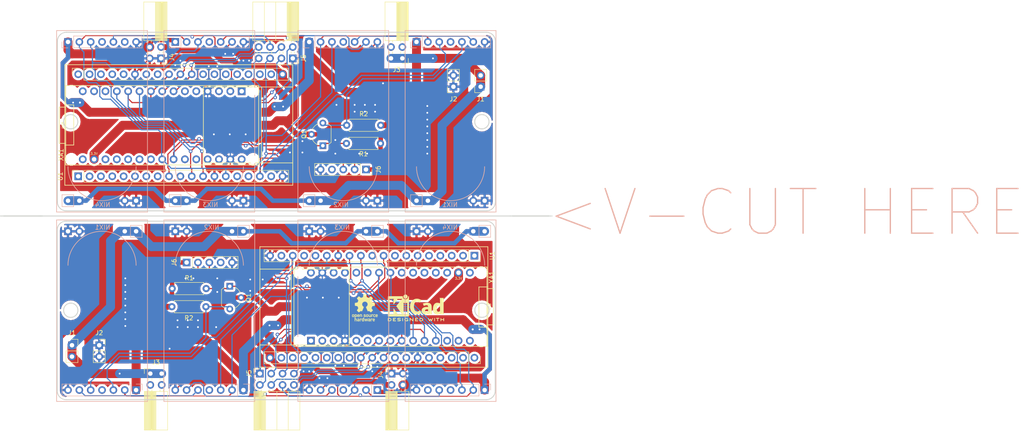
<source format=kicad_pcb>
(kicad_pcb (version 20171130) (host pcbnew "(5.0.1)-4")
  (layers (0 F.Cu signal) (31 B.Cu signal) (34 B.Paste user) (35 F.Paste user) (36 B.SilkS user) (37 F.SilkS user) (38 B.Mask user) (39 F.Mask user) (44 Edge.Cuts user))
  (net 0 "")
  (net 1 +HV)
  (net 2 GND)
  (net 3 +3V3)
  (net 4 /NIX_SDA)
  (net 5 /NIX_SCL)
  (net 6 /SW_MODE)
  (net 7 /SW_UP)
  (net 8 /SW_DOWN)
  (net 9 "Net-(NIX1-Pad6)")
  (net 10 "Net-(NIX2-Pad6)")
  (net 11 "Net-(NIX3-Pad6)")
  (net 12 /GROVE_GPIO_0)
  (net 13 /GROVE_GPIO_1)
  (net 14 +5V)
  (net 15 /LEDDATA_5V)
  (net 16 /LEDDATA)
  (module Arduino:Arduino_Nano_Socket (layer F.Cu) (at 105.791 69.088 270)
    (fp_text reference XA1 (at 6.604 1.016 270) (layer F.SilkS))
    (fp_text value Arduino_Nano_Socket)
    (fp_text user 3.3V (at 6.35 -6.35) (layer F.SilkS) (effects (font (size 0.5 0.5) (thickness 0.075))))
    (fp_text user USB (at 0 0.635 270) (layer F.SilkS) (effects (font (size 0.5 0.5) (thickness 0.075))))
    (pad "" np_thru_hole circle (at 7.62 -1.27 270) (size 1.85 1.85) (drill 1.85) (layers *.Cu *.Mask))
    (pad "" np_thru_hole circle (at -7.62 -1.27 270) (size 1.85 1.85) (drill 1.85) (layers *.Cu *.Mask))
    (pad "" np_thru_hole circle (at 7.62 -41.91 270) (size 1.85 1.85) (drill 1.85) (layers *.Cu *.Mask))
    (pad "" np_thru_hole circle (at -7.62 -41.91 270) (size 1.85 1.85) (drill 1.85) (layers *.Cu *.Mask))
    (pad D1 thru_hole rect (at -7.62 -39.37 270) (size 1.7272 1.7272) (drill 1.016) (layers *.Cu *.Mask))
    (pad D0 thru_hole circle (at -7.62 -36.83 270) (size 1.7272 1.7272) (drill 1.016) (layers *.Cu *.Mask))
    (pad RST1 thru_hole circle (at -7.62 -34.29 270) (size 1.7272 1.7272) (drill 1.016) (layers *.Cu *.Mask))
    (pad GND1 thru_hole circle (at -7.62 -31.75 270) (size 1.7272 1.7272) (drill 1.016) (layers *.Cu *.Mask))
    (pad D2 thru_hole circle (at -7.62 -29.21 270) (size 1.7272 1.7272) (drill 1.016) (layers *.Cu *.Mask))
    (pad D3 thru_hole circle (at -7.62 -26.67 270) (size 1.7272 1.7272) (drill 1.016) (layers *.Cu *.Mask))
    (pad D4 thru_hole circle (at -7.62 -24.13 270) (size 1.7272 1.7272) (drill 1.016) (layers *.Cu *.Mask))
    (pad D5 thru_hole circle (at -7.62 -21.59 270) (size 1.7272 1.7272) (drill 1.016) (layers *.Cu *.Mask))
    (pad D6 thru_hole circle (at -7.62 -19.05 270) (size 1.7272 1.7272) (drill 1.016) (layers *.Cu *.Mask))
    (pad D7 thru_hole circle (at -7.62 -16.51 270) (size 1.7272 1.7272) (drill 1.016) (layers *.Cu *.Mask))
    (pad D8 thru_hole circle (at -7.62 -13.97 270) (size 1.7272 1.7272) (drill 1.016) (layers *.Cu *.Mask))
    (pad D9 thru_hole circle (at -7.62 -11.43 270) (size 1.7272 1.7272) (drill 1.016) (layers *.Cu *.Mask))
    (pad D10 thru_hole circle (at -7.62 -8.89 270) (size 1.7272 1.7272) (drill 1.016) (layers *.Cu *.Mask))
    (pad D11 thru_hole circle (at -7.62 -6.35 270) (size 1.7272 1.7272) (drill 1.016) (layers *.Cu *.Mask))
    (pad D12 thru_hole circle (at -7.62 -3.81 270) (size 1.7272 1.7272) (drill 1.016) (layers *.Cu *.Mask))
    (pad D13 thru_hole circle (at 7.62 -3.81 270) (size 1.7272 1.7272) (drill 1.016) (layers *.Cu *.Mask))
    (pad 3V3 thru_hole circle (at 7.62 -6.35 270) (size 1.7272 1.7272) (drill 1.016) (layers *.Cu *.Mask))
    (pad AREF thru_hole circle (at 7.62 -8.89 270) (size 1.7272 1.7272) (drill 1.016) (layers *.Cu *.Mask))
    (pad A0 thru_hole circle (at 7.62 -11.43 270) (size 1.7272 1.7272) (drill 1.016) (layers *.Cu *.Mask))
    (pad A1 thru_hole circle (at 7.62 -13.97 270) (size 1.7272 1.7272) (drill 1.016) (layers *.Cu *.Mask))
    (pad A2 thru_hole circle (at 7.62 -16.51 270) (size 1.7272 1.7272) (drill 1.016) (layers *.Cu *.Mask))
    (pad A3 thru_hole circle (at 7.62 -19.05 270) (size 1.7272 1.7272) (drill 1.016) (layers *.Cu *.Mask))
    (pad A4 thru_hole circle (at 7.62 -21.59 270) (size 1.7272 1.7272) (drill 1.016) (layers *.Cu *.Mask))
    (pad A5 thru_hole circle (at 7.62 -24.13 270) (size 1.7272 1.7272) (drill 1.016) (layers *.Cu *.Mask))
    (pad A6 thru_hole circle (at 7.62 -26.67 270) (size 1.7272 1.7272) (drill 1.016) (layers *.Cu *.Mask))
    (pad A7 thru_hole circle (at 7.62 -29.21 270) (size 1.7272 1.7272) (drill 1.016) (layers *.Cu *.Mask))
    (pad 5V thru_hole circle (at 7.62 -31.75 270) (size 1.7272 1.7272) (drill 1.016) (layers *.Cu *.Mask))
    (pad RST2 thru_hole circle (at 7.62 -34.29 270) (size 1.7272 1.7272) (drill 1.016) (layers *.Cu *.Mask))
    (pad GND2 thru_hole circle (at 7.62 -36.83 270) (size 1.7272 1.7272) (drill 1.016) (layers *.Cu *.Mask))
    (pad VIN thru_hole circle (at 7.62 -39.37 270) (size 1.7272 1.7272) (drill 1.016) (layers *.Cu *.Mask))
  )
  (module BaseBoard:NixieModule (layer B.Cu) (at 130.302 85.979)
    (fp_text reference NIX3 (at 7.874 0.889) (layer B.SilkS) (effects (justify mirror)))
    (fp_text value Nixie_Module_IN-12_IN-14)
    (pad 11 thru_hole rect (at 15.24 0 90) (size 1.7 1.7) (drill 1) (layers *.Cu *.Mask))
    (pad 10 thru_hole oval (at 12.7 0 90) (size 1.7 1.7) (drill 1) (layers *.Cu *.Mask))
    (pad 1 thru_hole rect (at 0 -35.56 180) (size 1.7 1.7) (drill 1) (layers *.Cu *.Mask))
    (pad 6 thru_hole oval (at 12.7 -35.56 270) (size 1.7 1.7) (drill 1) (layers *.Cu *.Mask))
    (pad 3 thru_hole oval (at 5.08 -35.56 270) (size 1.7 1.7) (drill 1) (layers *.Cu *.Mask))
    (pad 4 thru_hole oval (at 7.62 -35.56 270) (size 1.7 1.7) (drill 1) (layers *.Cu *.Mask))
    (pad 7 thru_hole oval (at 15.24 -35.56 270) (size 1.7 1.7) (drill 1) (layers *.Cu *.Mask))
    (pad 5 thru_hole oval (at 10.16 -35.56 270) (size 1.7 1.7) (drill 1) (layers *.Cu *.Mask))
    (pad 2 thru_hole oval (at 2.54 -35.56 270) (size 1.7 1.7) (drill 1) (layers *.Cu *.Mask))
    (pad 9 thru_hole rect (at 2.54 0 90) (size 1.7 1.7) (drill 1) (layers *.Cu *.Mask))
    (pad 8 thru_hole oval (at 0 0 90) (size 1.7 1.7) (drill 1) (layers *.Cu *.Mask))
  )
  (module BaseBoard:NixieModule (layer B.Cu) (at 160.274 85.979)
    (fp_text reference NIX2 (at 7.112 0.889) (layer B.SilkS) (effects (justify mirror)))
    (fp_text value Nixie_Module_IN-12_IN-14)
    (pad 8 thru_hole oval (at 0 0 90) (size 1.7 1.7) (drill 1) (layers *.Cu *.Mask))
    (pad 9 thru_hole rect (at 2.54 0 90) (size 1.7 1.7) (drill 1) (layers *.Cu *.Mask))
    (pad 2 thru_hole oval (at 2.54 -35.56 270) (size 1.7 1.7) (drill 1) (layers *.Cu *.Mask))
    (pad 5 thru_hole oval (at 10.16 -35.56 270) (size 1.7 1.7) (drill 1) (layers *.Cu *.Mask))
    (pad 7 thru_hole oval (at 15.24 -35.56 270) (size 1.7 1.7) (drill 1) (layers *.Cu *.Mask))
    (pad 4 thru_hole oval (at 7.62 -35.56 270) (size 1.7 1.7) (drill 1) (layers *.Cu *.Mask))
    (pad 3 thru_hole oval (at 5.08 -35.56 270) (size 1.7 1.7) (drill 1) (layers *.Cu *.Mask))
    (pad 6 thru_hole oval (at 12.7 -35.56 270) (size 1.7 1.7) (drill 1) (layers *.Cu *.Mask))
    (pad 1 thru_hole rect (at 0 -35.56 180) (size 1.7 1.7) (drill 1) (layers *.Cu *.Mask))
    (pad 10 thru_hole oval (at 12.7 0 90) (size 1.7 1.7) (drill 1) (layers *.Cu *.Mask))
    (pad 11 thru_hole rect (at 15.24 0 90) (size 1.7 1.7) (drill 1) (layers *.Cu *.Mask))
  )
  (module TO_SOT_THT:TO-92_Wide (layer F.Cu) (at 163.322 73.66 90)
    (fp_text reference Q1 (at 2.55 -4.19 90) (layer F.SilkS))
    (fp_text value Q_NMOS_SGD)
    (pad 1 thru_hole rect (at 0 0 180) (size 1.5 1.5) (drill 0.8) (layers *.Cu *.Mask))
    (pad 3 thru_hole circle (at 5.08 0 180) (size 1.5 1.5) (drill 0.8) (layers *.Cu *.Mask))
    (pad 2 thru_hole circle (at 2.54 -2.54 180) (size 1.5 1.5) (drill 0.8) (layers *.Cu *.Mask))
  )
  (module Resistor_THT:R_Axial_DIN0207_L6.3mm_D2.5mm_P7.62mm_Horizontal (layer F.Cu) (at 176.276 69.088 180)
    (fp_text reference R2 (at 3.81 2.54 180) (layer F.SilkS))
    (fp_text value 4.7k)
    (pad 1 thru_hole circle (at 0 0 180) (size 1.6 1.6) (drill 0.8) (layers *.Cu *.Mask))
    (pad 2 thru_hole oval (at 7.62 0 180) (size 1.6 1.6) (drill 0.8) (layers *.Cu *.Mask))
  )
  (module BaseBoard:NixieModule (layer B.Cu) (at 184.277 85.979)
    (fp_text reference NIX1 (at 7.493 0.889) (layer B.SilkS) (effects (justify mirror)))
    (fp_text value Nixie_Module_IN-12_IN-14)
    (pad 11 thru_hole rect (at 15.24 0 90) (size 1.7 1.7) (drill 1) (layers *.Cu *.Mask))
    (pad 10 thru_hole oval (at 12.7 0 90) (size 1.7 1.7) (drill 1) (layers *.Cu *.Mask))
    (pad 1 thru_hole rect (at 0 -35.56 180) (size 1.7 1.7) (drill 1) (layers *.Cu *.Mask))
    (pad 6 thru_hole oval (at 12.7 -35.56 270) (size 1.7 1.7) (drill 1) (layers *.Cu *.Mask))
    (pad 3 thru_hole oval (at 5.08 -35.56 270) (size 1.7 1.7) (drill 1) (layers *.Cu *.Mask))
    (pad 4 thru_hole oval (at 7.62 -35.56 270) (size 1.7 1.7) (drill 1) (layers *.Cu *.Mask))
    (pad 7 thru_hole oval (at 15.24 -35.56 270) (size 1.7 1.7) (drill 1) (layers *.Cu *.Mask))
    (pad 5 thru_hole oval (at 10.16 -35.56 270) (size 1.7 1.7) (drill 1) (layers *.Cu *.Mask))
    (pad 2 thru_hole oval (at 2.54 -35.56 270) (size 1.7 1.7) (drill 1) (layers *.Cu *.Mask))
    (pad 9 thru_hole rect (at 2.54 0 90) (size 1.7 1.7) (drill 1) (layers *.Cu *.Mask))
    (pad 8 thru_hole oval (at 0 0 90) (size 1.7 1.7) (drill 1) (layers *.Cu *.Mask))
  )
  (module Pin_Sockets:PinSocket_1x05_P2.54mm_Vertical (layer F.Cu) (at 172.974 78.994 270)
    (fp_text reference J6 (at 0 -2.77 270) (layer F.SilkS))
    (fp_text value Conn_01x05_Female)
    (pad 5 thru_hole oval (at 0 10.16 270) (size 1.7 1.7) (drill 1) (layers *.Cu *.Mask))
    (pad 4 thru_hole oval (at 0 7.62 270) (size 1.7 1.7) (drill 1) (layers *.Cu *.Mask))
    (pad 3 thru_hole oval (at 0 5.08 270) (size 1.7 1.7) (drill 1) (layers *.Cu *.Mask))
    (pad 2 thru_hole oval (at 0 2.54 270) (size 1.7 1.7) (drill 1) (layers *.Cu *.Mask))
    (pad 1 thru_hole rect (at 0 0 270) (size 1.7 1.7) (drill 1) (layers *.Cu *.Mask))
  )
  (module Resistor_THT:R_Axial_DIN0207_L6.3mm_D2.5mm_P7.62mm_Horizontal (layer F.Cu) (at 176.216999 73.152 180)
    (fp_text reference R1 (at 3.81 -2.37 180) (layer F.SilkS))
    (fp_text value 4.7k)
    (pad 2 thru_hole oval (at 7.62 0 180) (size 1.6 1.6) (drill 0.8) (layers *.Cu *.Mask))
    (pad 1 thru_hole circle (at 0 0 180) (size 1.6 1.6) (drill 0.8) (layers *.Cu *.Mask))
  )
  (module Connector_PinSocket_2.54mm:PinSocket_1x02_P2.54mm_Vertical (layer F.Cu) (at 198.628 60.452 180)
    (fp_text reference J1 (at 0 -2.77 180) (layer F.SilkS))
    (fp_text value Conn_01x02_Female)
    (pad 2 thru_hole oval (at 0 2.54 180) (size 1.7 1.7) (drill 1) (layers *.Cu *.Mask))
    (pad 1 thru_hole rect (at 0 0 180) (size 1.7 1.7) (drill 1) (layers *.Cu *.Mask))
  )
  (module Connector_PinSocket_2.54mm:PinSocket_2x02_P2.54mm_Horizontal (layer F.Cu) (at 181.102 54.102 270)
    (fp_text reference J3 (at 2.54 1.27 180) (layer F.SilkS))
    (fp_text value Conn_01x04_Male)
    (pad 1 thru_hole rect (at 0 0 270) (size 1.7 1.7) (drill 1) (layers *.Cu *.Mask))
    (pad 2 thru_hole oval (at -2.54 0 270) (size 1.7 1.7) (drill 1) (layers *.Cu *.Mask))
    (pad 3 thru_hole oval (at 0 2.54 270) (size 1.7 1.7) (drill 1) (layers *.Cu *.Mask))
    (pad 4 thru_hole oval (at -2.54 2.54 270) (size 1.7 1.7) (drill 1) (layers *.Cu *.Mask))
  )
  (module Connector_PinSocket_2.54mm:PinSocket_2x02_P2.54mm_Horizontal (layer F.Cu) (at 127.127 54.102 270)
    (fp_text reference J4 (at -0.254 -2.413 270) (layer F.SilkS))
    (fp_text value Conn_01x04_Male)
    (pad 4 thru_hole oval (at -2.54 2.54 270) (size 1.7 1.7) (drill 1) (layers *.Cu *.Mask))
    (pad 3 thru_hole oval (at 0 2.54 270) (size 1.7 1.7) (drill 1) (layers *.Cu *.Mask))
    (pad 2 thru_hole oval (at -2.54 0 270) (size 1.7 1.7) (drill 1) (layers *.Cu *.Mask))
    (pad 1 thru_hole rect (at 0 0 270) (size 1.7 1.7) (drill 1) (layers *.Cu *.Mask))
  )
  (module BaseBoard:NixieModule (layer B.Cu) (at 106.299 85.979)
    (fp_text reference NIX4 (at 7.747 0.889) (layer B.SilkS) (effects (justify mirror)))
    (fp_text value Nixie_Module_IN-12_IN-14)
    (pad 8 thru_hole oval (at 0 0 90) (size 1.7 1.7) (drill 1) (layers *.Cu *.Mask))
    (pad 9 thru_hole rect (at 2.54 0 90) (size 1.7 1.7) (drill 1) (layers *.Cu *.Mask))
    (pad 2 thru_hole oval (at 2.54 -35.56 270) (size 1.7 1.7) (drill 1) (layers *.Cu *.Mask))
    (pad 5 thru_hole oval (at 10.16 -35.56 270) (size 1.7 1.7) (drill 1) (layers *.Cu *.Mask))
    (pad 7 thru_hole oval (at 15.24 -35.56 270) (size 1.7 1.7) (drill 1) (layers *.Cu *.Mask))
    (pad 4 thru_hole oval (at 7.62 -35.56 270) (size 1.7 1.7) (drill 1) (layers *.Cu *.Mask))
    (pad 3 thru_hole oval (at 5.08 -35.56 270) (size 1.7 1.7) (drill 1) (layers *.Cu *.Mask))
    (pad 6 thru_hole oval (at 12.7 -35.56 270) (size 1.7 1.7) (drill 1) (layers *.Cu *.Mask))
    (pad 1 thru_hole rect (at 0 -35.56 180) (size 1.7 1.7) (drill 1) (layers *.Cu *.Mask))
    (pad 10 thru_hole oval (at 12.7 0 90) (size 1.7 1.7) (drill 1) (layers *.Cu *.Mask))
    (pad 11 thru_hole rect (at 15.24 0 90) (size 1.7 1.7) (drill 1) (layers *.Cu *.Mask))
  )
  (module BaseBoard:NodeMCU-32S (layer F.Cu) (at 108.585 80.518 90)
    (fp_text reference U1 (at 0 -4 90) (layer F.SilkS))
    (fp_text value NodeMCU-32S)
    (pad 1 thru_hole rect (at 0 0 90) (size 1.7 1.7) (drill 1) (layers *.Cu *.Mask))
    (pad 2 thru_hole oval (at 0 2.54 90) (size 1.7 1.7) (drill 1) (layers *.Cu *.Mask))
    (pad 3 thru_hole oval (at 0 5.08 90) (size 1.7 1.7) (drill 1) (layers *.Cu *.Mask))
    (pad 4 thru_hole oval (at 0 7.62 90) (size 1.7 1.7) (drill 1) (layers *.Cu *.Mask))
    (pad 5 thru_hole oval (at 0 10.16 90) (size 1.7 1.7) (drill 1) (layers *.Cu *.Mask))
    (pad 6 thru_hole oval (at 0 12.7 90) (size 1.7 1.7) (drill 1) (layers *.Cu *.Mask))
    (pad 7 thru_hole oval (at 0 15.24 90) (size 1.7 1.7) (drill 1) (layers *.Cu *.Mask))
    (pad 8 thru_hole oval (at 0 17.78 90) (size 1.7 1.7) (drill 1) (layers *.Cu *.Mask))
    (pad 9 thru_hole oval (at 0 20.32 90) (size 1.7 1.7) (drill 1) (layers *.Cu *.Mask))
    (pad 10 thru_hole oval (at 0 22.86 90) (size 1.7 1.7) (drill 1) (layers *.Cu *.Mask))
    (pad 11 thru_hole oval (at 0 25.4 90) (size 1.7 1.7) (drill 1) (layers *.Cu *.Mask))
    (pad 12 thru_hole oval (at 0 27.94 90) (size 1.7 1.7) (drill 1) (layers *.Cu *.Mask))
    (pad 13 thru_hole oval (at 0 30.48 90) (size 1.7 1.7) (drill 1) (layers *.Cu *.Mask))
    (pad 14 thru_hole oval (at 0 33.02 90) (size 1.7 1.7) (drill 1) (layers *.Cu *.Mask))
    (pad 15 thru_hole oval (at 0 35.56 90) (size 1.7 1.7) (drill 1) (layers *.Cu *.Mask))
    (pad 16 thru_hole oval (at 0 38.1 90) (size 1.7 1.7) (drill 1) (layers *.Cu *.Mask))
    (pad 17 thru_hole oval (at 0 40.64 90) (size 1.7 1.7) (drill 1) (layers *.Cu *.Mask))
    (pad 18 thru_hole oval (at 0 43.18 90) (size 1.7 1.7) (drill 1) (layers *.Cu *.Mask))
    (pad 19 thru_hole oval (at 0 45.72 90) (size 1.7 1.7) (drill 1) (layers *.Cu *.Mask))
    (pad 38 thru_hole circle (at 22.86 0 90) (size 1.7 1.7) (drill 1) (layers *.Cu *.Mask))
    (pad 32 thru_hole oval (at 22.86 15.24 90) (size 1.7 1.7) (drill 1) (layers *.Cu *.Mask))
    (pad 23 thru_hole oval (at 22.86 38.1 90) (size 1.7 1.7) (drill 1) (layers *.Cu *.Mask))
    (pad 25 thru_hole oval (at 22.86 33.02 90) (size 1.7 1.7) (drill 1) (layers *.Cu *.Mask))
    (pad 36 thru_hole oval (at 22.86 5.08 90) (size 1.7 1.7) (drill 1) (layers *.Cu *.Mask))
    (pad 30 thru_hole oval (at 22.86 20.32 90) (size 1.7 1.7) (drill 1) (layers *.Cu *.Mask))
    (pad 33 thru_hole oval (at 22.86 12.7 90) (size 1.7 1.7) (drill 1) (layers *.Cu *.Mask))
    (pad 26 thru_hole oval (at 22.86 30.48 90) (size 1.7 1.7) (drill 1) (layers *.Cu *.Mask))
    (pad 21 thru_hole oval (at 22.86 43.18 90) (size 1.7 1.7) (drill 1) (layers *.Cu *.Mask))
    (pad 20 thru_hole oval (at 22.86 45.72 90) (size 1.7 1.7) (drill 1) (layers *.Cu *.Mask))
    (pad 22 thru_hole oval (at 22.86 40.64 90) (size 1.7 1.7) (drill 1) (layers *.Cu *.Mask))
    (pad 27 thru_hole oval (at 22.86 27.94 90) (size 1.7 1.7) (drill 1) (layers *.Cu *.Mask))
    (pad 34 thru_hole oval (at 22.86 10.16 90) (size 1.7 1.7) (drill 1) (layers *.Cu *.Mask))
    (pad 29 thru_hole oval (at 22.86 22.86 90) (size 1.7 1.7) (drill 1) (layers *.Cu *.Mask))
    (pad 24 thru_hole oval (at 22.86 35.56 90) (size 1.7 1.7) (drill 1) (layers *.Cu *.Mask))
    (pad 28 thru_hole oval (at 22.86 25.4 90) (size 1.7 1.7) (drill 1) (layers *.Cu *.Mask))
    (pad 37 thru_hole oval (at 22.86 2.54 90) (size 1.7 1.7) (drill 1) (layers *.Cu *.Mask))
    (pad 31 thru_hole oval (at 22.86 17.78 90) (size 1.7 1.7) (drill 1) (layers *.Cu *.Mask))
    (pad 35 thru_hole oval (at 22.86 7.62 90) (size 1.7 1.7) (drill 1) (layers *.Cu *.Mask))
  )
  (module Connector_PinSocket_2.54mm:PinSocket_2x04_P2.54mm_Horizontal (layer F.Cu) (at 156.591 54.102 270)
    (fp_text reference J5 (at 0 -2.413 270) (layer F.SilkS))
    (fp_text value Conn_01x08_Male)
    (pad 8 thru_hole oval (at -2.54 7.62 270) (size 1.7 1.7) (drill 1) (layers *.Cu *.Mask))
    (pad 7 thru_hole oval (at 0 7.62 270) (size 1.7 1.7) (drill 1) (layers *.Cu *.Mask))
    (pad 6 thru_hole oval (at -2.54 5.08 270) (size 1.7 1.7) (drill 1) (layers *.Cu *.Mask))
    (pad 5 thru_hole oval (at 0 5.08 270) (size 1.7 1.7) (drill 1) (layers *.Cu *.Mask))
    (pad 4 thru_hole oval (at -2.54 2.54 270) (size 1.7 1.7) (drill 1) (layers *.Cu *.Mask))
    (pad 3 thru_hole oval (at 0 2.54 270) (size 1.7 1.7) (drill 1) (layers *.Cu *.Mask))
    (pad 2 thru_hole oval (at -2.54 0 270) (size 1.7 1.7) (drill 1) (layers *.Cu *.Mask))
    (pad 1 thru_hole rect (at 0 0 270) (size 1.7 1.7) (drill 1) (layers *.Cu *.Mask))
  )
  (module Connector_PinSocket_2.54mm:PinSocket_1x02_P2.54mm_Vertical (layer F.Cu) (at 192.532 60.452 180)
    (fp_text reference J2 (at 0 -2.77 180) (layer F.SilkS))
    (fp_text value Conn_01x02_Female)
    (pad 1 thru_hole rect (at 0 0 180) (size 1.7 1.7) (drill 1) (layers *.Cu *.Mask))
    (pad 2 thru_hole oval (at 0 2.54 180) (size 1.7 1.7) (drill 1) (layers *.Cu *.Mask))
  )
  (module logo:fablab_logo_5mm (layer F.Cu) (at 184.404 78.994 90)
    (fp_text reference G*** hide)
    (fp_text value LOGO hide)
  )
  (module BaseBoard:NixieModule (layer B.Cu) (at 145.542 92.837 180)
    (fp_text reference NIX2 (at 7.112 0.889 180) (layer B.SilkS) (effects (justify mirror)))
    (fp_text value Nixie_Module_IN-12_IN-14)
    (pad 11 thru_hole rect (at 15.24 0 270) (size 1.7 1.7) (drill 1) (layers *.Cu *.Mask) (net 2 GND))
    (pad 10 thru_hole oval (at 12.7 0 270) (size 1.7 1.7) (drill 1) (layers *.Cu *.Mask) (net 2 GND))
    (pad 1 thru_hole rect (at 0 -35.56) (size 1.7 1.7) (drill 1) (layers *.Cu *.Mask) (net 14 +5V))
    (pad 6 thru_hole oval (at 12.7 -35.56 90) (size 1.7 1.7) (drill 1) (layers *.Cu *.Mask) (net 10 "Net-(NIX2-Pad6)"))
    (pad 3 thru_hole oval (at 5.08 -35.56 90) (size 1.7 1.7) (drill 1) (layers *.Cu *.Mask) (net 5 /NIX_SCL))
    (pad 4 thru_hole oval (at 7.62 -35.56 90) (size 1.7 1.7) (drill 1) (layers *.Cu *.Mask))
    (pad 7 thru_hole oval (at 15.24 -35.56 90) (size 1.7 1.7) (drill 1) (layers *.Cu *.Mask) (net 2 GND))
    (pad 5 thru_hole oval (at 10.16 -35.56 90) (size 1.7 1.7) (drill 1) (layers *.Cu *.Mask) (net 9 "Net-(NIX1-Pad6)"))
    (pad 2 thru_hole oval (at 2.54 -35.56 90) (size 1.7 1.7) (drill 1) (layers *.Cu *.Mask) (net 4 /NIX_SDA))
    (pad 9 thru_hole rect (at 2.54 0 270) (size 1.7 1.7) (drill 1) (layers *.Cu *.Mask) (net 1 +HV))
    (pad 8 thru_hole oval (at 0 0 270) (size 1.7 1.7) (drill 1) (layers *.Cu *.Mask) (net 1 +HV))
  )
  (module BaseBoard:NixieModule (layer B.Cu) (at 175.514 92.837 180)
    (fp_text reference NIX3 (at 7.874 0.889 180) (layer B.SilkS) (effects (justify mirror)))
    (fp_text value Nixie_Module_IN-12_IN-14)
    (pad 8 thru_hole oval (at 0 0 270) (size 1.7 1.7) (drill 1) (layers *.Cu *.Mask) (net 1 +HV))
    (pad 9 thru_hole rect (at 2.54 0 270) (size 1.7 1.7) (drill 1) (layers *.Cu *.Mask) (net 1 +HV))
    (pad 2 thru_hole oval (at 2.54 -35.56 90) (size 1.7 1.7) (drill 1) (layers *.Cu *.Mask) (net 4 /NIX_SDA))
    (pad 5 thru_hole oval (at 10.16 -35.56 90) (size 1.7 1.7) (drill 1) (layers *.Cu *.Mask) (net 10 "Net-(NIX2-Pad6)"))
    (pad 7 thru_hole oval (at 15.24 -35.56 90) (size 1.7 1.7) (drill 1) (layers *.Cu *.Mask) (net 2 GND))
    (pad 4 thru_hole oval (at 7.62 -35.56 90) (size 1.7 1.7) (drill 1) (layers *.Cu *.Mask))
    (pad 3 thru_hole oval (at 5.08 -35.56 90) (size 1.7 1.7) (drill 1) (layers *.Cu *.Mask) (net 5 /NIX_SCL))
    (pad 6 thru_hole oval (at 12.7 -35.56 90) (size 1.7 1.7) (drill 1) (layers *.Cu *.Mask) (net 11 "Net-(NIX3-Pad6)"))
    (pad 1 thru_hole rect (at 0 -35.56) (size 1.7 1.7) (drill 1) (layers *.Cu *.Mask) (net 14 +5V))
    (pad 10 thru_hole oval (at 12.7 0 270) (size 1.7 1.7) (drill 1) (layers *.Cu *.Mask) (net 2 GND))
    (pad 11 thru_hole rect (at 15.24 0 270) (size 1.7 1.7) (drill 1) (layers *.Cu *.Mask) (net 2 GND))
  )
  (module Connector_PinSocket_2.54mm:PinSocket_1x02_P2.54mm_Vertical (layer F.Cu) (at 107.188 118.364)
    (fp_text reference J1 (at 0 -2.77) (layer F.SilkS))
    (fp_text value Conn_01x02_Female)
    (pad 1 thru_hole rect (at 0 0) (size 1.7 1.7) (drill 1) (layers *.Cu *.Mask) (net 1 +HV))
    (pad 2 thru_hole oval (at 0 2.54) (size 1.7 1.7) (drill 1) (layers *.Cu *.Mask) (net 1 +HV))
  )
  (module Connector_PinSocket_2.54mm:PinSocket_1x02_P2.54mm_Vertical (layer F.Cu) (at 113.284 118.364)
    (fp_text reference J2 (at 0 -2.77) (layer F.SilkS))
    (fp_text value Conn_01x02_Female)
    (pad 2 thru_hole oval (at 0 2.54) (size 1.7 1.7) (drill 1) (layers *.Cu *.Mask) (net 2 GND))
    (pad 1 thru_hole rect (at 0 0) (size 1.7 1.7) (drill 1) (layers *.Cu *.Mask) (net 2 GND))
  )
  (module Connector_PinSocket_2.54mm:PinSocket_2x02_P2.54mm_Horizontal (layer F.Cu) (at 124.714 124.714 90)
    (fp_text reference J3 (at 2.54 1.27) (layer F.SilkS))
    (fp_text value Conn_01x04_Male)
    (pad 4 thru_hole oval (at -2.54 2.54 90) (size 1.7 1.7) (drill 1) (layers *.Cu *.Mask))
    (pad 3 thru_hole oval (at 0 2.54 90) (size 1.7 1.7) (drill 1) (layers *.Cu *.Mask) (net 1 +HV))
    (pad 2 thru_hole oval (at -2.54 0 90) (size 1.7 1.7) (drill 1) (layers *.Cu *.Mask))
    (pad 1 thru_hole rect (at 0 0 90) (size 1.7 1.7) (drill 1) (layers *.Cu *.Mask) (net 1 +HV))
  )
  (module Connector_PinSocket_2.54mm:PinSocket_2x02_P2.54mm_Horizontal (layer F.Cu) (at 178.689 124.714 90)
    (fp_text reference J4 (at -0.254 -2.413 90) (layer F.SilkS))
    (fp_text value Conn_01x04_Male)
    (pad 1 thru_hole rect (at 0 0 90) (size 1.7 1.7) (drill 1) (layers *.Cu *.Mask) (net 2 GND))
    (pad 2 thru_hole oval (at -2.54 0 90) (size 1.7 1.7) (drill 1) (layers *.Cu *.Mask) (net 3 +3V3))
    (pad 3 thru_hole oval (at 0 2.54 90) (size 1.7 1.7) (drill 1) (layers *.Cu *.Mask) (net 2 GND))
    (pad 4 thru_hole oval (at -2.54 2.54 90) (size 1.7 1.7) (drill 1) (layers *.Cu *.Mask) (net 14 +5V))
  )
  (module Connector_PinSocket_2.54mm:PinSocket_2x04_P2.54mm_Horizontal (layer F.Cu) (at 149.225 124.714 90)
    (fp_text reference J5 (at 0 -2.413 90) (layer F.SilkS))
    (fp_text value Conn_01x08_Male)
    (pad 1 thru_hole rect (at 0 0 90) (size 1.7 1.7) (drill 1) (layers *.Cu *.Mask) (net 2 GND))
    (pad 2 thru_hole oval (at -2.54 0 90) (size 1.7 1.7) (drill 1) (layers *.Cu *.Mask) (net 12 /GROVE_GPIO_0))
    (pad 3 thru_hole oval (at 0 2.54 90) (size 1.7 1.7) (drill 1) (layers *.Cu *.Mask) (net 8 /SW_DOWN))
    (pad 4 thru_hole oval (at -2.54 2.54 90) (size 1.7 1.7) (drill 1) (layers *.Cu *.Mask) (net 6 /SW_MODE))
    (pad 5 thru_hole oval (at 0 5.08 90) (size 1.7 1.7) (drill 1) (layers *.Cu *.Mask) (net 4 /NIX_SDA))
    (pad 6 thru_hole oval (at -2.54 5.08 90) (size 1.7 1.7) (drill 1) (layers *.Cu *.Mask) (net 5 /NIX_SCL))
    (pad 7 thru_hole oval (at 0 7.62 90) (size 1.7 1.7) (drill 1) (layers *.Cu *.Mask) (net 13 /GROVE_GPIO_1))
    (pad 8 thru_hole oval (at -2.54 7.62 90) (size 1.7 1.7) (drill 1) (layers *.Cu *.Mask) (net 7 /SW_UP))
  )
  (module BaseBoard:NodeMCU-32S (layer F.Cu) (at 197.231 98.298 270)
    (fp_text reference U1 (at 0 -4 270) (layer F.SilkS))
    (fp_text value NodeMCU-32S)
    (pad 35 thru_hole oval (at 22.86 7.62 270) (size 1.7 1.7) (drill 1) (layers *.Cu *.Mask))
    (pad 31 thru_hole oval (at 22.86 17.78 270) (size 1.7 1.7) (drill 1) (layers *.Cu *.Mask))
    (pad 37 thru_hole oval (at 22.86 2.54 270) (size 1.7 1.7) (drill 1) (layers *.Cu *.Mask))
    (pad 28 thru_hole oval (at 22.86 25.4 270) (size 1.7 1.7) (drill 1) (layers *.Cu *.Mask) (net 6 /SW_MODE))
    (pad 24 thru_hole oval (at 22.86 35.56 270) (size 1.7 1.7) (drill 1) (layers *.Cu *.Mask))
    (pad 29 thru_hole oval (at 22.86 22.86 270) (size 1.7 1.7) (drill 1) (layers *.Cu *.Mask) (net 7 /SW_UP))
    (pad 34 thru_hole oval (at 22.86 10.16 270) (size 1.7 1.7) (drill 1) (layers *.Cu *.Mask))
    (pad 27 thru_hole oval (at 22.86 27.94 270) (size 1.7 1.7) (drill 1) (layers *.Cu *.Mask))
    (pad 22 thru_hole oval (at 22.86 40.64 270) (size 1.7 1.7) (drill 1) (layers *.Cu *.Mask))
    (pad 20 thru_hole oval (at 22.86 45.72 270) (size 1.7 1.7) (drill 1) (layers *.Cu *.Mask) (net 3 +3V3))
    (pad 21 thru_hole oval (at 22.86 43.18 270) (size 1.7 1.7) (drill 1) (layers *.Cu *.Mask))
    (pad 26 thru_hole oval (at 22.86 30.48 270) (size 1.7 1.7) (drill 1) (layers *.Cu *.Mask))
    (pad 33 thru_hole oval (at 22.86 12.7 270) (size 1.7 1.7) (drill 1) (layers *.Cu *.Mask) (net 2 GND))
    (pad 30 thru_hole oval (at 22.86 20.32 270) (size 1.7 1.7) (drill 1) (layers *.Cu *.Mask) (net 8 /SW_DOWN))
    (pad 36 thru_hole oval (at 22.86 5.08 270) (size 1.7 1.7) (drill 1) (layers *.Cu *.Mask))
    (pad 25 thru_hole oval (at 22.86 33.02 270) (size 1.7 1.7) (drill 1) (layers *.Cu *.Mask))
    (pad 23 thru_hole oval (at 22.86 38.1 270) (size 1.7 1.7) (drill 1) (layers *.Cu *.Mask))
    (pad 32 thru_hole oval (at 22.86 15.24 270) (size 1.7 1.7) (drill 1) (layers *.Cu *.Mask))
    (pad 38 thru_hole circle (at 22.86 0 270) (size 1.7 1.7) (drill 1) (layers *.Cu *.Mask))
    (pad 19 thru_hole oval (at 0 45.72 270) (size 1.7 1.7) (drill 1) (layers *.Cu *.Mask) (net 2 GND))
    (pad 18 thru_hole oval (at 0 43.18 270) (size 1.7 1.7) (drill 1) (layers *.Cu *.Mask))
    (pad 17 thru_hole oval (at 0 40.64 270) (size 1.7 1.7) (drill 1) (layers *.Cu *.Mask) (net 5 /NIX_SCL))
    (pad 16 thru_hole oval (at 0 38.1 270) (size 1.7 1.7) (drill 1) (layers *.Cu *.Mask))
    (pad 15 thru_hole oval (at 0 35.56 270) (size 1.7 1.7) (drill 1) (layers *.Cu *.Mask))
    (pad 14 thru_hole oval (at 0 33.02 270) (size 1.7 1.7) (drill 1) (layers *.Cu *.Mask) (net 4 /NIX_SDA))
    (pad 13 thru_hole oval (at 0 30.48 270) (size 1.7 1.7) (drill 1) (layers *.Cu *.Mask) (net 2 GND))
    (pad 12 thru_hole oval (at 0 27.94 270) (size 1.7 1.7) (drill 1) (layers *.Cu *.Mask) (net 12 /GROVE_GPIO_0))
    (pad 11 thru_hole oval (at 0 25.4 270) (size 1.7 1.7) (drill 1) (layers *.Cu *.Mask) (net 13 /GROVE_GPIO_1))
    (pad 10 thru_hole oval (at 0 22.86 270) (size 1.7 1.7) (drill 1) (layers *.Cu *.Mask))
    (pad 9 thru_hole oval (at 0 20.32 270) (size 1.7 1.7) (drill 1) (layers *.Cu *.Mask) (net 16 /LEDDATA))
    (pad 8 thru_hole oval (at 0 17.78 270) (size 1.7 1.7) (drill 1) (layers *.Cu *.Mask))
    (pad 7 thru_hole oval (at 0 15.24 270) (size 1.7 1.7) (drill 1) (layers *.Cu *.Mask))
    (pad 6 thru_hole oval (at 0 12.7 270) (size 1.7 1.7) (drill 1) (layers *.Cu *.Mask))
    (pad 5 thru_hole oval (at 0 10.16 270) (size 1.7 1.7) (drill 1) (layers *.Cu *.Mask))
    (pad 4 thru_hole oval (at 0 7.62 270) (size 1.7 1.7) (drill 1) (layers *.Cu *.Mask))
    (pad 3 thru_hole oval (at 0 5.08 270) (size 1.7 1.7) (drill 1) (layers *.Cu *.Mask))
    (pad 2 thru_hole oval (at 0 2.54 270) (size 1.7 1.7) (drill 1) (layers *.Cu *.Mask))
    (pad 1 thru_hole rect (at 0 0 270) (size 1.7 1.7) (drill 1) (layers *.Cu *.Mask))
  )
  (module Arduino:Arduino_Nano_Socket (layer F.Cu) (at 200.025 109.728 90)
    (fp_text reference XA1 (at 6.604 1.016 90) (layer F.SilkS))
    (fp_text value Arduino_Nano_Socket)
    (fp_text user USB (at 0 0.635 90) (layer F.SilkS) (effects (font (size 0.5 0.5) (thickness 0.075))))
    (fp_text user 3.3V (at 6.35 -6.35 180) (layer F.SilkS) (effects (font (size 0.5 0.5) (thickness 0.075))))
    (pad VIN thru_hole circle (at 7.62 -39.37 90) (size 1.7272 1.7272) (drill 1.016) (layers *.Cu *.Mask))
    (pad GND2 thru_hole circle (at 7.62 -36.83 90) (size 1.7272 1.7272) (drill 1.016) (layers *.Cu *.Mask) (net 2 GND))
    (pad RST2 thru_hole circle (at 7.62 -34.29 90) (size 1.7272 1.7272) (drill 1.016) (layers *.Cu *.Mask))
    (pad 5V thru_hole circle (at 7.62 -31.75 90) (size 1.7272 1.7272) (drill 1.016) (layers *.Cu *.Mask))
    (pad A7 thru_hole circle (at 7.62 -29.21 90) (size 1.7272 1.7272) (drill 1.016) (layers *.Cu *.Mask))
    (pad A6 thru_hole circle (at 7.62 -26.67 90) (size 1.7272 1.7272) (drill 1.016) (layers *.Cu *.Mask))
    (pad A5 thru_hole circle (at 7.62 -24.13 90) (size 1.7272 1.7272) (drill 1.016) (layers *.Cu *.Mask) (net 5 /NIX_SCL))
    (pad A4 thru_hole circle (at 7.62 -21.59 90) (size 1.7272 1.7272) (drill 1.016) (layers *.Cu *.Mask) (net 4 /NIX_SDA))
    (pad A3 thru_hole circle (at 7.62 -19.05 90) (size 1.7272 1.7272) (drill 1.016) (layers *.Cu *.Mask))
    (pad A2 thru_hole circle (at 7.62 -16.51 90) (size 1.7272 1.7272) (drill 1.016) (layers *.Cu *.Mask))
    (pad A1 thru_hole circle (at 7.62 -13.97 90) (size 1.7272 1.7272) (drill 1.016) (layers *.Cu *.Mask))
    (pad A0 thru_hole circle (at 7.62 -11.43 90) (size 1.7272 1.7272) (drill 1.016) (layers *.Cu *.Mask))
    (pad AREF thru_hole circle (at 7.62 -8.89 90) (size 1.7272 1.7272) (drill 1.016) (layers *.Cu *.Mask))
    (pad 3V3 thru_hole circle (at 7.62 -6.35 90) (size 1.7272 1.7272) (drill 1.016) (layers *.Cu *.Mask) (net 3 +3V3))
    (pad D13 thru_hole circle (at 7.62 -3.81 90) (size 1.7272 1.7272) (drill 1.016) (layers *.Cu *.Mask))
    (pad D12 thru_hole circle (at -7.62 -3.81 90) (size 1.7272 1.7272) (drill 1.016) (layers *.Cu *.Mask))
    (pad D11 thru_hole circle (at -7.62 -6.35 90) (size 1.7272 1.7272) (drill 1.016) (layers *.Cu *.Mask))
    (pad D10 thru_hole circle (at -7.62 -8.89 90) (size 1.7272 1.7272) (drill 1.016) (layers *.Cu *.Mask))
    (pad D9 thru_hole circle (at -7.62 -11.43 90) (size 1.7272 1.7272) (drill 1.016) (layers *.Cu *.Mask) (net 13 /GROVE_GPIO_1))
    (pad D8 thru_hole circle (at -7.62 -13.97 90) (size 1.7272 1.7272) (drill 1.016) (layers *.Cu *.Mask) (net 12 /GROVE_GPIO_0))
    (pad D7 thru_hole circle (at -7.62 -16.51 90) (size 1.7272 1.7272) (drill 1.016) (layers *.Cu *.Mask) (net 16 /LEDDATA))
    (pad D6 thru_hole circle (at -7.62 -19.05 90) (size 1.7272 1.7272) (drill 1.016) (layers *.Cu *.Mask) (net 8 /SW_DOWN))
    (pad D5 thru_hole circle (at -7.62 -21.59 90) (size 1.7272 1.7272) (drill 1.016) (layers *.Cu *.Mask) (net 7 /SW_UP))
    (pad D4 thru_hole circle (at -7.62 -24.13 90) (size 1.7272 1.7272) (drill 1.016) (layers *.Cu *.Mask) (net 6 /SW_MODE))
    (pad D3 thru_hole circle (at -7.62 -26.67 90) (size 1.7272 1.7272) (drill 1.016) (layers *.Cu *.Mask))
    (pad D2 thru_hole circle (at -7.62 -29.21 90) (size 1.7272 1.7272) (drill 1.016) (layers *.Cu *.Mask))
    (pad GND1 thru_hole circle (at -7.62 -31.75 90) (size 1.7272 1.7272) (drill 1.016) (layers *.Cu *.Mask) (net 2 GND))
    (pad RST1 thru_hole circle (at -7.62 -34.29 90) (size 1.7272 1.7272) (drill 1.016) (layers *.Cu *.Mask))
    (pad D0 thru_hole circle (at -7.62 -36.83 90) (size 1.7272 1.7272) (drill 1.016) (layers *.Cu *.Mask))
    (pad D1 thru_hole rect (at -7.62 -39.37 90) (size 1.7272 1.7272) (drill 1.016) (layers *.Cu *.Mask))
    (pad "" np_thru_hole circle (at -7.62 -41.91 90) (size 1.85 1.85) (drill 1.85) (layers *.Cu *.Mask))
    (pad "" np_thru_hole circle (at 7.62 -41.91 90) (size 1.85 1.85) (drill 1.85) (layers *.Cu *.Mask))
    (pad "" np_thru_hole circle (at -7.62 -1.27 90) (size 1.85 1.85) (drill 1.85) (layers *.Cu *.Mask))
    (pad "" np_thru_hole circle (at 7.62 -1.27 90) (size 1.85 1.85) (drill 1.85) (layers *.Cu *.Mask))
  )
  (module BaseBoard:NixieModule (layer B.Cu) (at 121.539 92.837 180)
    (fp_text reference NIX1 (at 7.493 0.889 180) (layer B.SilkS) (effects (justify mirror)))
    (fp_text value Nixie_Module_IN-12_IN-14)
    (pad 8 thru_hole oval (at 0 0 270) (size 1.7 1.7) (drill 1) (layers *.Cu *.Mask) (net 1 +HV))
    (pad 9 thru_hole rect (at 2.54 0 270) (size 1.7 1.7) (drill 1) (layers *.Cu *.Mask) (net 1 +HV))
    (pad 2 thru_hole oval (at 2.54 -35.56 90) (size 1.7 1.7) (drill 1) (layers *.Cu *.Mask) (net 4 /NIX_SDA))
    (pad 5 thru_hole oval (at 10.16 -35.56 90) (size 1.7 1.7) (drill 1) (layers *.Cu *.Mask) (net 15 /LEDDATA_5V))
    (pad 7 thru_hole oval (at 15.24 -35.56 90) (size 1.7 1.7) (drill 1) (layers *.Cu *.Mask) (net 2 GND))
    (pad 4 thru_hole oval (at 7.62 -35.56 90) (size 1.7 1.7) (drill 1) (layers *.Cu *.Mask))
    (pad 3 thru_hole oval (at 5.08 -35.56 90) (size 1.7 1.7) (drill 1) (layers *.Cu *.Mask) (net 5 /NIX_SCL))
    (pad 6 thru_hole oval (at 12.7 -35.56 90) (size 1.7 1.7) (drill 1) (layers *.Cu *.Mask) (net 9 "Net-(NIX1-Pad6)"))
    (pad 1 thru_hole rect (at 0 -35.56) (size 1.7 1.7) (drill 1) (layers *.Cu *.Mask) (net 14 +5V))
    (pad 10 thru_hole oval (at 12.7 0 270) (size 1.7 1.7) (drill 1) (layers *.Cu *.Mask) (net 2 GND))
    (pad 11 thru_hole rect (at 15.24 0 270) (size 1.7 1.7) (drill 1) (layers *.Cu *.Mask) (net 2 GND))
  )
  (module BaseBoard:NixieModule (layer B.Cu) (at 199.517 92.837 180)
    (fp_text reference NIX4 (at 7.747 0.889 180) (layer B.SilkS) (effects (justify mirror)))
    (fp_text value Nixie_Module_IN-12_IN-14)
    (pad 11 thru_hole rect (at 15.24 0 270) (size 1.7 1.7) (drill 1) (layers *.Cu *.Mask) (net 2 GND))
    (pad 10 thru_hole oval (at 12.7 0 270) (size 1.7 1.7) (drill 1) (layers *.Cu *.Mask) (net 2 GND))
    (pad 1 thru_hole rect (at 0 -35.56) (size 1.7 1.7) (drill 1) (layers *.Cu *.Mask) (net 14 +5V))
    (pad 6 thru_hole oval (at 12.7 -35.56 90) (size 1.7 1.7) (drill 1) (layers *.Cu *.Mask))
    (pad 3 thru_hole oval (at 5.08 -35.56 90) (size 1.7 1.7) (drill 1) (layers *.Cu *.Mask) (net 5 /NIX_SCL))
    (pad 4 thru_hole oval (at 7.62 -35.56 90) (size 1.7 1.7) (drill 1) (layers *.Cu *.Mask))
    (pad 7 thru_hole oval (at 15.24 -35.56 90) (size 1.7 1.7) (drill 1) (layers *.Cu *.Mask) (net 2 GND))
    (pad 5 thru_hole oval (at 10.16 -35.56 90) (size 1.7 1.7) (drill 1) (layers *.Cu *.Mask) (net 11 "Net-(NIX3-Pad6)"))
    (pad 2 thru_hole oval (at 2.54 -35.56 90) (size 1.7 1.7) (drill 1) (layers *.Cu *.Mask) (net 4 /NIX_SDA))
    (pad 9 thru_hole rect (at 2.54 0 270) (size 1.7 1.7) (drill 1) (layers *.Cu *.Mask) (net 1 +HV))
    (pad 8 thru_hole oval (at 0 0 270) (size 1.7 1.7) (drill 1) (layers *.Cu *.Mask) (net 1 +HV))
  )
  (module Pin_Sockets:PinSocket_1x05_P2.54mm_Vertical (layer F.Cu) (at 132.842 99.822 90)
    (fp_text reference J6 (at 0 -2.77 90) (layer F.SilkS))
    (fp_text value Conn_01x05_Female)
    (pad 1 thru_hole rect (at 0 0 90) (size 1.7 1.7) (drill 1) (layers *.Cu *.Mask) (net 3 +3V3))
    (pad 2 thru_hole oval (at 0 2.54 90) (size 1.7 1.7) (drill 1) (layers *.Cu *.Mask) (net 4 /NIX_SDA))
    (pad 3 thru_hole oval (at 0 5.08 90) (size 1.7 1.7) (drill 1) (layers *.Cu *.Mask) (net 5 /NIX_SCL))
    (pad 4 thru_hole oval (at 0 7.62 90) (size 1.7 1.7) (drill 1) (layers *.Cu *.Mask))
    (pad 5 thru_hole oval (at 0 10.16 90) (size 1.7 1.7) (drill 1) (layers *.Cu *.Mask) (net 2 GND))
  )
  (module TO_SOT_THT:TO-92_Wide (layer F.Cu) (at 142.494 105.156 270)
    (fp_text reference Q1 (at 2.55 -4.19 270) (layer F.SilkS))
    (fp_text value Q_NMOS_SGD)
    (pad 2 thru_hole circle (at 2.54 -2.54) (size 1.5 1.5) (drill 0.8) (layers *.Cu *.Mask) (net 3 +3V3))
    (pad 3 thru_hole circle (at 5.08 0) (size 1.5 1.5) (drill 0.8) (layers *.Cu *.Mask) (net 15 /LEDDATA_5V))
    (pad 1 thru_hole rect (at 0 0) (size 1.5 1.5) (drill 0.8) (layers *.Cu *.Mask) (net 16 /LEDDATA))
  )
  (module Resistor_THT:R_Axial_DIN0207_L6.3mm_D2.5mm_P7.62mm_Horizontal (layer F.Cu) (at 129.599001 105.664)
    (fp_text reference R1 (at 3.81 -2.37) (layer F.SilkS))
    (fp_text value 4.7k)
    (pad 1 thru_hole circle (at 0 0) (size 1.6 1.6) (drill 0.8) (layers *.Cu *.Mask) (net 3 +3V3))
    (pad 2 thru_hole oval (at 7.62 0) (size 1.6 1.6) (drill 0.8) (layers *.Cu *.Mask) (net 16 /LEDDATA))
  )
  (module Resistor_THT:R_Axial_DIN0207_L6.3mm_D2.5mm_P7.62mm_Horizontal (layer F.Cu) (at 129.54 109.728)
    (fp_text reference R2 (at 3.81 2.54) (layer F.SilkS))
    (fp_text value 4.7k)
    (pad 2 thru_hole oval (at 7.62 0) (size 1.6 1.6) (drill 0.8) (layers *.Cu *.Mask) (net 15 /LEDDATA_5V))
    (pad 1 thru_hole circle (at 0 0) (size 1.6 1.6) (drill 0.8) (layers *.Cu *.Mask) (net 14 +5V))
  )
  (module logo:fablab_logo_5mm (layer F.Cu) (at 121.158 100.076 90)
    (fp_text reference G*** hide)
    (fp_text value LOGO hide)
  )
  (module Symbols:OSHW-Logo_5.7x6mm_SilkScreen (layer F.Cu) (at 172.72 109.982)
    (fp_text reference REF** hide)
    (fp_text value OSHW-Logo_5.7x6mm_SilkScreen hide)
  )
  (module Symbols:KiCad-Logo2_6mm_SilkScreen (layer F.Cu) (at 184.15 109.982)
    (fp_text reference REF** hide)
    (fp_text value KiCad-Logo2_6mm_SilkScreen hide)
  )
  (gr_line (start 201.93 50.26) (end 201.93 86.26) (layer Edge.Cuts) (width 0.2))
  (gr_arc (start 199.93 86.26) (end 199.93 88.26) (angle -90) (layer Edge.Cuts) (width 0.2))
  (gr_arc (start 105.93 86.26) (end 103.93 86.26) (angle -90) (layer Edge.Cuts) (width 0.2))
  (gr_line (start 103.93 86.26) (end 103.93 50.26) (layer Edge.Cuts) (width 0.2))
  (gr_line (start 105.93 48.26) (end 199.93 48.26) (layer Edge.Cuts) (width 0.2))
  (gr_arc (start 105.93 50.26) (end 105.93 48.26) (angle -90) (layer Edge.Cuts) (width 0.2))
  (gr_arc (start 199.93 50.26) (end 201.93 50.26) (angle -90) (layer Edge.Cuts) (width 0.2))
  (gr_line (start 199.93 88.26) (end 105.93 88.26) (layer Edge.Cuts) (width 0.2))
  (gr_line (start 205.74 89.408) (end 214.63 89.408) (layer Edge.Cuts) (width 0.2))
  (gr_line (start 100.584 89.408) (end 91.948 89.408) (layer Edge.Cuts) (width 0.2))
  (gr_circle (center 198.898 68.292) (end 197.298 68.292) (layer Edge.Cuts) (width 0.2))
  (gr_circle (center 106.898 68.292) (end 105.298 68.292) (layer Edge.Cuts) (width 0.2))
  (gr_text "<V-CUT HERE" (at 266.954 88.646) (layer B.SilkS) (effects (font (size 10 10) (thickness 0.3))))
  (gr_line (start 100.076 89.408) (end 91.186 89.408) (layer Edge.Cuts) (width 0.2))
  (gr_line (start 205.232 89.408) (end 213.868 89.408) (layer Edge.Cuts) (width 0.2))
  (gr_line (start 205.232 89.408) (end 100.076 89.408) (layer Edge.Cuts) (width 0.2))
  (gr_circle (center 198.918 110.524) (end 200.518 110.524) (layer Edge.Cuts) (width 0.2))
  (gr_circle (center 106.918 110.524) (end 108.518 110.524) (layer Edge.Cuts) (width 0.2))
  (gr_arc (start 199.886 128.556) (end 199.886 130.556) (angle -90) (layer Edge.Cuts) (width 0.2))
  (gr_line (start 201.886 92.556) (end 201.886 128.556) (layer Edge.Cuts) (width 0.2))
  (gr_arc (start 199.886 92.556) (end 201.886 92.556) (angle -90) (layer Edge.Cuts) (width 0.2))
  (gr_line (start 105.886 90.556) (end 199.886 90.556) (layer Edge.Cuts) (width 0.2))
  (gr_arc (start 105.886 92.556) (end 105.886 90.556) (angle -90) (layer Edge.Cuts) (width 0.2))
  (gr_line (start 103.886 128.556) (end 103.886 92.556) (layer Edge.Cuts) (width 0.2))
  (gr_arc (start 105.886 128.556) (end 103.886 128.556) (angle -90) (layer Edge.Cuts) (width 0.2))
  (gr_line (start 199.886 130.556) (end 105.886 130.556) (layer Edge.Cuts) (width 0.2))
  (via (at 187.960008 54.102008) (size 0.8) (drill 0.4) (layers F.Cu B.Cu) (net 0))
  (segment (start 187.833 85.979) (end 186.817 85.979) (width 2) (layer B.Cu) (net 0))
  (segment (start 198.628 60.452) (end 198.628 57.912) (width 2) (layer F.Cu) (net 0))
  (segment (start 178.562 54.102) (end 181.102 54.102) (width 2) (layer B.Cu) (net 0))
  (segment (start 132.842 85.979) (end 130.302 85.979) (width 2) (layer B.Cu) (net 0))
  (segment (start 108.839 85.979) (end 106.299 85.979) (width 2) (layer B.Cu) (net 0))
  (segment (start 198.628 60.452) (end 189.992 69.088) (width 2) (layer B.Cu) (net 0))
  (segment (start 130.302 85.979) (end 128.27 85.979) (width 1) (layer B.Cu) (net 0))
  (segment (start 189.992 83.82) (end 187.833 85.979) (width 2) (layer B.Cu) (net 0))
  (segment (start 165.664 85.979) (end 162.814 85.979) (width 2) (layer B.Cu) (net 0))
  (segment (start 169.093 82.55) (end 165.664 85.979) (width 2) (layer B.Cu) (net 0))
  (segment (start 180.848 82.55) (end 169.093 82.55) (width 2) (layer B.Cu) (net 0))
  (segment (start 194.818008 54.102008) (end 188.525693 54.102008) (width 2) (layer F.Cu) (net 0))
  (segment (start 110.363 85.979) (end 108.839 85.979) (width 1) (layer B.Cu) (net 0))
  (segment (start 128.27 85.979) (end 125.603 83.312) (width 1) (layer B.Cu) (net 0))
  (segment (start 137.359 83.312) (end 134.692 85.979) (width 1) (layer B.Cu) (net 0))
  (segment (start 162.814 85.979) (end 160.274 85.979) (width 2) (layer B.Cu) (net 0))
  (segment (start 189.992 69.088) (end 189.992 83.82) (width 2) (layer B.Cu) (net 0))
  (segment (start 113.03 83.312) (end 110.363 85.979) (width 1) (layer B.Cu) (net 0))
  (segment (start 125.603 83.312) (end 113.03 83.312) (width 1) (layer B.Cu) (net 0))
  (segment (start 149.479 83.312) (end 137.359 83.312) (width 1) (layer B.Cu) (net 0))
  (segment (start 160.274 85.979) (end 152.146 85.979) (width 1) (layer B.Cu) (net 0))
  (segment (start 184.277 85.979) (end 180.848 82.55) (width 2) (layer B.Cu) (net 0))
  (segment (start 152.146 85.979) (end 149.479 83.312) (width 1) (layer B.Cu) (net 0))
  (segment (start 181.102 54.102) (end 187.96 54.102) (width 2) (layer B.Cu) (net 0))
  (segment (start 198.628 57.912) (end 194.818008 54.102008) (width 2) (layer F.Cu) (net 0))
  (segment (start 188.525693 54.102008) (end 187.960008 54.102008) (width 2) (layer F.Cu) (net 0))
  (segment (start 186.817 85.979) (end 184.277 85.979) (width 2) (layer B.Cu) (net 0))
  (segment (start 134.692 85.979) (end 132.842 85.979) (width 1) (layer B.Cu) (net 0))
  (segment (start 187.96 54.102) (end 187.960008 54.102008) (width 2) (layer B.Cu) (net 0))
  (segment (start 139.7 78.74) (end 139.192 79.248) (width 0.25) (layer F.Cu) (net 0))
  (segment (start 139.192 79.248) (end 139.192 80.391) (width 0.25) (layer F.Cu) (net 0))
  (segment (start 162.492081 80.518) (end 154.305 80.518) (width 0.25) (layer B.Cu) (net 0))
  (segment (start 162.814 80.196081) (end 162.492081 80.518) (width 0.25) (layer B.Cu) (net 0))
  (segment (start 192.532 60.452) (end 192.532 59.352) (width 0.25) (layer B.Cu) (net 0))
  (segment (start 174.176081 85.979) (end 175.514 85.979) (width 0.25) (layer B.Cu) (net 0))
  (segment (start 172.974 85.979) (end 174.176081 85.979) (width 0.25) (layer B.Cu) (net 0))
  (segment (start 162.814 78.994) (end 162.814 80.196081) (width 0.25) (layer B.Cu) (net 0))
  (via (at 176.784 59.69) (size 0.8) (drill 0.4) (layers F.Cu B.Cu) (net 0))
  (via (at 141.478 53.086) (size 0.8) (drill 0.4) (layers F.Cu B.Cu) (net 0))
  (via (at 186.69 70.866) (size 0.8) (drill 0.4) (layers F.Cu B.Cu) (net 0))
  (via (at 145.542 54.610012) (size 0.8) (drill 0.4) (layers F.Cu B.Cu) (net 0))
  (via (at 146.812 54.61) (size 0.8) (drill 0.4) (layers F.Cu B.Cu) (net 0))
  (via (at 143.256 53.086) (size 0.8) (drill 0.4) (layers F.Cu B.Cu) (net 0))
  (via (at 175.006 64.516) (size 0.8) (drill 0.4) (layers F.Cu B.Cu) (net 0))
  (segment (start 122.643 85.979) (end 121.539 85.979) (width 0.254) (layer F.Cu) (net 0))
  (segment (start 175.006 64.516) (end 175.006 61.468) (width 0.25) (layer B.Cu) (net 0))
  (segment (start 179.324 64.516) (end 184.15 69.342) (width 0.25) (layer B.Cu) (net 0))
  (segment (start 171.771919 85.979) (end 168.088919 82.296) (width 0.25) (layer F.Cu) (net 0))
  (segment (start 139.065 83.82) (end 124.802 83.82) (width 0.254) (layer F.Cu) (net 0))
  (segment (start 184.15 76.708) (end 193.421 85.979) (width 0.25) (layer F.Cu) (net 0))
  (segment (start 164.338 82.296) (end 162.814 80.772) (width 0.25) (layer F.Cu) (net 0))
  (segment (start 184.15 78.443) (end 176.614 85.979) (width 0.25) (layer F.Cu) (net 0))
  (segment (start 176.784 59.124315) (end 176.784 59.69) (width 0.25) (layer F.Cu) (net 0))
  (segment (start 174.752 57.092315) (end 176.784 59.124315) (width 0.25) (layer F.Cu) (net 0))
  (segment (start 142.621 75.311) (end 142.621 76.708) (width 0.25) (layer B.Cu) (net 0))
  (segment (start 168.088919 82.296) (end 164.338 82.296) (width 0.25) (layer F.Cu) (net 0))
  (segment (start 162.814 80.772) (end 162.814 78.994) (width 0.25) (layer F.Cu) (net 0))
  (segment (start 141.224 85.979) (end 139.065 83.82) (width 0.254) (layer F.Cu) (net 0))
  (segment (start 174.498 56.896) (end 174.694315 57.092315) (width 0.25) (layer F.Cu) (net 0))
  (segment (start 137.541 73.717002) (end 138.499998 74.676) (width 0.25) (layer B.Cu) (net 0))
  (segment (start 172.974 85.979) (end 171.771919 85.979) (width 0.25) (layer F.Cu) (net 0))
  (segment (start 139.065 83.82) (end 139.065 80.518) (width 0.254) (layer F.Cu) (net 0))
  (segment (start 167.217173 64.516) (end 175.006 64.516) (width 0.25) (layer F.Cu) (net 0))
  (segment (start 174.694315 57.092315) (end 174.752 57.092315) (width 0.25) (layer F.Cu) (net 0))
  (segment (start 196.977 85.979) (end 199.517 85.979) (width 0.25) (layer B.Cu) (net 0))
  (segment (start 138.499998 74.676) (end 141.986 74.676) (width 0.25) (layer B.Cu) (net 0))
  (segment (start 184.15 76.708) (end 184.15 78.443) (width 0.25) (layer F.Cu) (net 0))
  (segment (start 156.591 55.202) (end 165.905 64.516) (width 0.25) (layer F.Cu) (net 0))
  (segment (start 145.142001 55.010011) (end 145.542 54.610012) (width 0.25) (layer B.Cu) (net 0))
  (segment (start 140.335 58.674) (end 140.335 56.769) (width 0.25) (layer B.Cu) (net 0))
  (segment (start 165.905 64.516) (end 167.217173 64.516) (width 0.25) (layer F.Cu) (net 0))
  (segment (start 145.542 50.419) (end 145.542 54.610012) (width 0.25) (layer F.Cu) (net 0))
  (segment (start 141.533989 55.570011) (end 144.582001 55.570011) (width 0.25) (layer B.Cu) (net 0))
  (segment (start 184.15 69.342) (end 184.15 72.898) (width 0.25) (layer B.Cu) (net 0))
  (segment (start 137.541 61.468) (end 140.335 58.674) (width 0.25) (layer B.Cu) (net 0))
  (segment (start 156.591 54.102) (end 156.591 55.202) (width 0.25) (layer F.Cu) (net 0))
  (segment (start 140.335 56.515) (end 139.7 55.88) (width 0.25) (layer F.Cu) (net 0))
  (segment (start 137.795 59.992686) (end 138.889314 59.992686) (width 0.25) (layer F.Cu) (net 0))
  (segment (start 127.127 54.102) (end 124.587 54.102) (width 0.25) (layer F.Cu) (net 0))
  (segment (start 121.539 51.054) (end 121.539 50.419) (width 0.25) (layer B.Cu) (net 0))
  (segment (start 148.844 85.979) (end 145.542 85.979) (width 0.25) (layer F.Cu) (net 0))
  (segment (start 154.305 80.518) (end 148.844 85.979) (width 0.25) (layer F.Cu) (net 0))
  (segment (start 176.384001 60.089999) (end 176.784 59.69) (width 0.25) (layer B.Cu) (net 0))
  (segment (start 176.614 85.979) (end 175.514 85.979) (width 0.25) (layer F.Cu) (net 0))
  (segment (start 140.335 56.769) (end 141.533989 55.570011) (width 0.25) (layer B.Cu) (net 0))
  (segment (start 142.621 77.929314) (end 141.810314 78.74) (width 0.25) (layer F.Cu) (net 0))
  (segment (start 124.587 54.102) (end 121.285 57.404) (width 0.25) (layer F.Cu) (net 0))
  (segment (start 137.541 60.246686) (end 137.541 61.468) (width 0.25) (layer F.Cu) (net 0))
  (segment (start 137.795 59.992686) (end 137.541 60.246686) (width 0.25) (layer F.Cu) (net 0))
  (segment (start 140.335 58.547) (end 140.335 56.515) (width 0.25) (layer F.Cu) (net 0))
  (segment (start 124.802 83.82) (end 122.643 85.979) (width 0.254) (layer F.Cu) (net 0))
  (segment (start 175.006 61.468) (end 176.384001 60.089999) (width 0.25) (layer B.Cu) (net 0))
  (segment (start 174.498 51.435) (end 174.498 56.896) (width 0.25) (layer F.Cu) (net 0))
  (segment (start 141.986 74.676) (end 142.621 75.311) (width 0.25) (layer B.Cu) (net 0))
  (segment (start 141.810314 78.74) (end 139.7 78.74) (width 0.25) (layer F.Cu) (net 0))
  (segment (start 137.541 61.468) (end 137.541 73.717002) (width 0.25) (layer B.Cu) (net 0))
  (segment (start 143.002 85.979) (end 141.224 85.979) (width 0.254) (layer F.Cu) (net 0))
  (segment (start 175.006 64.516) (end 179.324 64.516) (width 0.25) (layer B.Cu) (net 0))
  (segment (start 144.582001 55.570011) (end 145.142001 55.010011) (width 0.25) (layer B.Cu) (net 0))
  (segment (start 175.514 50.419) (end 174.498 51.435) (width 0.25) (layer F.Cu) (net 0))
  (segment (start 139.7 55.88) (end 139.7 55.88) (width 0.25) (layer F.Cu) (net 0))
  (segment (start 138.889314 59.992686) (end 140.335 58.547) (width 0.25) (layer F.Cu) (net 0))
  (segment (start 121.285 57.404) (end 121.285 57.658) (width 0.25) (layer F.Cu) (net 0))
  (segment (start 193.421 85.979) (end 196.977 85.979) (width 0.25) (layer F.Cu) (net 0))
  (segment (start 121.539 85.979) (end 120.439 85.979) (width 0.25) (layer B.Cu) (net 0))
  (segment (start 124.587 54.102) (end 121.539 51.054) (width 0.25) (layer B.Cu) (net 0))
  (segment (start 142.621 76.708) (end 142.621 77.929314) (width 0.25) (layer F.Cu) (net 0))
  (segment (start 120.439 85.979) (end 118.999 85.979) (width 0.25) (layer B.Cu) (net 0))
  (segment (start 137.541 60.246686) (end 137.795 59.992686) (width 0.25) (layer B.Cu) (net 0))
  (segment (start 137.795 56.445685) (end 137.795 55.88) (width 0.25) (layer B.Cu) (net 0))
  (segment (start 184.15 74.168) (end 184.15 75.438) (width 0.25) (layer B.Cu) (net 0))
  (segment (start 142.113 55.88) (end 140.589 55.88) (width 0.25) (layer F.Cu) (net 0))
  (segment (start 128.227 54.102) (end 128.989 53.34) (width 0.25) (layer F.Cu) (net 0))
  (segment (start 135.857999 55.150001) (end 137.414 53.594) (width 0.25) (layer F.Cu) (net 0))
  (segment (start 137.795 55.499) (end 137.795 55.88) (width 0.25) (layer F.Cu) (net 0))
  (segment (start 135.255 58.547) (end 135.255 56.515) (width 0.25) (layer B.Cu) (net 0))
  (segment (start 137.795 55.88) (end 137.795 59.992686) (width 0.25) (layer F.Cu) (net 0))
  (segment (start 135.490001 56.279999) (end 135.255 56.515) (width 0.25) (layer B.Cu) (net 0))
  (segment (start 135.349999 59.403999) (end 135.349999 55.150001) (width 0.25) (layer F.Cu) (net 0))
  (segment (start 136.192686 60.246686) (end 135.349999 59.403999) (width 0.25) (layer F.Cu) (net 0))
  (segment (start 177.546 59.944) (end 177.292 59.69) (width 0.25) (layer B.Cu) (net 0))
  (segment (start 131.445 55.175685) (end 131.445 54.61) (width 0.25) (layer B.Cu) (net 0))
  (segment (start 187.96 59.944) (end 181.356 59.944) (width 0.25) (layer B.Cu) (net 0))
  (segment (start 179.832 59.944) (end 178.308 59.944) (width 0.25) (layer B.Cu) (net 0))
  (segment (start 142.875 56.642) (end 142.113 55.88) (width 0.25) (layer F.Cu) (net 0))
  (segment (start 181.356 59.944) (end 179.832 59.944) (width 0.25) (layer B.Cu) (net 0))
  (segment (start 184.15 72.898) (end 184.15 74.168) (width 0.25) (layer B.Cu) (net 0))
  (segment (start 135.349999 55.150001) (end 135.857999 55.150001) (width 0.25) (layer F.Cu) (net 0))
  (segment (start 137.795 59.992686) (end 137.795 56.445685) (width 0.25) (layer B.Cu) (net 0))
  (segment (start 137.795 55.88) (end 137.395001 56.279999) (width 0.25) (layer B.Cu) (net 0))
  (segment (start 141.810314 59.992686) (end 142.875 58.928) (width 0.25) (layer F.Cu) (net 0))
  (segment (start 137.395001 56.279999) (end 135.490001 56.279999) (width 0.25) (layer B.Cu) (net 0))
  (segment (start 177.292 59.69) (end 176.784 59.69) (width 0.25) (layer B.Cu) (net 0))
  (segment (start 189.992 57.912) (end 187.96 59.944) (width 0.25) (layer B.Cu) (net 0))
  (segment (start 178.308 59.944) (end 177.546 59.944) (width 0.25) (layer B.Cu) (net 0))
  (segment (start 184.15 69.342) (end 184.15 69.342) (width 0.25) (layer B.Cu) (net 0))
  (segment (start 137.795 59.436) (end 136.144 59.436) (width 0.25) (layer B.Cu) (net 0))
  (segment (start 127.127 54.102) (end 128.227 54.102) (width 0.25) (layer F.Cu) (net 0))
  (segment (start 138.889314 59.992686) (end 141.810314 59.992686) (width 0.25) (layer F.Cu) (net 0))
  (segment (start 128.989 53.34) (end 135.636 53.34) (width 0.25) (layer F.Cu) (net 0))
  (segment (start 137.541 61.468) (end 137.541 60.246686) (width 0.25) (layer B.Cu) (net 0))
  (segment (start 137.795 59.992686) (end 137.795 59.436) (width 0.25) (layer B.Cu) (net 0))
  (segment (start 137.541 60.246686) (end 136.192686 60.246686) (width 0.25) (layer F.Cu) (net 0))
  (segment (start 136.144 59.436) (end 135.255 58.547) (width 0.25) (layer B.Cu) (net 0))
  (segment (start 184.15 75.438) (end 184.15 76.708) (width 0.25) (layer B.Cu) (net 0))
  (segment (start 139.7 55.88) (end 137.922 55.88) (width 0.25) (layer F.Cu) (net 0))
  (segment (start 142.875 58.928) (end 142.875 56.642) (width 0.25) (layer F.Cu) (net 0))
  (segment (start 135.636 53.34) (end 137.795 55.499) (width 0.25) (layer F.Cu) (net 0))
  (segment (start 140.589 55.88) (end 140.081 55.88) (width 0.25) (layer F.Cu) (net 0))
  (segment (start 192.532 57.912) (end 189.992 57.912) (width 0.25) (layer B.Cu) (net 0))
  (via (at 186.69 69.342) (size 0.8) (drill 0.4) (layers F.Cu B.Cu) (net 0))
  (via (at 155.956 75.184) (size 0.8) (drill 0.4) (layers F.Cu B.Cu) (net 0))
  (via (at 186.69 72.39) (size 0.8) (drill 0.4) (layers F.Cu B.Cu) (net 0))
  (via (at 142.494 71.12) (size 0.8) (drill 0.4) (layers F.Cu B.Cu) (net 0))
  (via (at 166.116 72.39) (size 0.8) (drill 0.4) (layers F.Cu B.Cu) (net 0))
  (via (at 170.434 66.04) (size 0.8) (drill 0.4) (layers F.Cu B.Cu) (net 0))
  (via (at 138.938 71.12) (size 0.8) (drill 0.4) (layers F.Cu B.Cu) (net 0))
  (via (at 186.69 73.914) (size 0.8) (drill 0.4) (layers F.Cu B.Cu) (net 0))
  (via (at 158.75 72.644) (size 0.8) (drill 0.4) (layers F.Cu B.Cu) (net 0))
  (via (at 166.116 75.438) (size 0.8) (drill 0.4) (layers F.Cu B.Cu) (net 0))
  (via (at 186.69 75.438) (size 0.8) (drill 0.4) (layers F.Cu B.Cu) (net 0))
  (via (at 186.69 64.77) (size 0.8) (drill 0.4) (layers F.Cu B.Cu) (net 0))
  (via (at 173.228 75.438) (size 0.8) (drill 0.4) (layers F.Cu B.Cu) (net 0))
  (via (at 175.006 66.04) (size 0.8) (drill 0.4) (layers F.Cu B.Cu) (net 0))
  (via (at 186.69 67.818) (size 0.8) (drill 0.4) (layers F.Cu B.Cu) (net 0))
  (via (at 158.75 75.184) (size 0.8) (drill 0.4) (layers F.Cu B.Cu) (net 0))
  (via (at 146.05 71.12) (size 0.8) (drill 0.4) (layers F.Cu B.Cu) (net 0))
  (via (at 172.72 66.04) (size 0.8) (drill 0.4) (layers F.Cu B.Cu) (net 0))
  (via (at 186.69 66.294) (size 0.8) (drill 0.4) (layers F.Cu B.Cu) (net 0))
  (via (at 171.45 75.438) (size 0.8) (drill 0.4) (layers F.Cu B.Cu) (net 0))
  (via (at 139.7 55.88) (size 0.8) (drill 0.4) (layers F.Cu B.Cu) (net 0))
  (via (at 172.72 64.516) (size 0.8) (drill 0.4) (layers F.Cu B.Cu) (net 0))
  (via (at 166.37 64.516) (size 0.8) (drill 0.4) (layers F.Cu B.Cu) (net 0))
  (via (at 137.795 55.88) (size 0.8) (drill 0.4) (layers F.Cu B.Cu) (net 0))
  (via (at 130.302 55.626) (size 0.8) (drill 0.4) (layers F.Cu B.Cu) (net 0))
  (via (at 131.445 54.61) (size 0.8) (drill 0.4) (layers F.Cu B.Cu) (net 0))
  (via (at 170.434 64.516) (size 0.8) (drill 0.4) (layers F.Cu B.Cu) (net 0))
  (segment (start 139.192 80.391) (end 139.065 80.518) (width 0.25) (layer F.Cu) (net 0))
  (segment (start 145.542 85.979) (end 143.002 85.979) (width 0.25) (layer B.Cu) (net 0))
  (segment (start 199.517 52.129081) (end 199.517 50.419) (width 0.25) (layer B.Cu) (net 0))
  (segment (start 192.532 57.912) (end 193.734081 57.912) (width 0.25) (layer B.Cu) (net 0))
  (segment (start 193.734081 57.912) (end 199.517 52.129081) (width 0.25) (layer B.Cu) (net 0))
  (segment (start 192.532 59.352) (end 192.532 57.912) (width 0.25) (layer B.Cu) (net 0))
  (segment (start 155.702 68.072) (end 154.432 68.072) (width 2) (layer F.Cu) (net 0))
  (segment (start 156.972 61.527081) (end 156.972 66.802) (width 2) (layer F.Cu) (net 0))
  (segment (start 157.48 71.12) (end 160.782 71.12) (width 1.27) (layer F.Cu) (net 0))
  (segment (start 156.972 66.802) (end 155.702 68.072) (width 2) (layer F.Cu) (net 0))
  (segment (start 154.305 57.658) (end 154.305 58.293) (width 1.27) (layer F.Cu) (net 0))
  (segment (start 154.305 58.293) (end 154.432 58.42) (width 1.27) (layer F.Cu) (net 0))
  (segment (start 154.432 68.072) (end 157.48 71.12) (width 1.27) (layer F.Cu) (net 0))
  (segment (start 160.782 71.12) (end 175.514 71.12) (width 1) (layer F.Cu) (net 0))
  (segment (start 176.276 73.092999) (end 176.216999 73.152) (width 1) (layer F.Cu) (net 0))
  (segment (start 144.618012 55.845012) (end 152.492012 55.845012) (width 1.27) (layer F.Cu) (net 0))
  (segment (start 112.141 76.708) (end 112.141 75.486686) (width 2) (layer F.Cu) (net 0))
  (segment (start 176.276 71.882) (end 176.276 73.092999) (width 1) (layer F.Cu) (net 0))
  (segment (start 152.492012 55.845012) (end 153.455001 56.808001) (width 1.27) (layer F.Cu) (net 0))
  (segment (start 154.305 57.658) (end 154.305 58.860081) (width 2) (layer F.Cu) (net 0))
  (segment (start 112.141 75.486686) (end 118.539686 69.088) (width 2) (layer F.Cu) (net 0))
  (segment (start 172.974 78.994) (end 174.824 78.994) (width 1) (layer F.Cu) (net 0))
  (segment (start 153.162 68.072) (end 154.432 68.072) (width 2) (layer F.Cu) (net 0))
  (segment (start 138.43 52.324) (end 140.716 54.61) (width 1.27) (layer F.Cu) (net 0))
  (segment (start 143.383 54.61) (end 144.618012 55.845012) (width 1.27) (layer F.Cu) (net 0))
  (segment (start 118.539686 69.088) (end 152.146 69.088) (width 2) (layer F.Cu) (net 0))
  (segment (start 128.329081 51.562) (end 129.091081 52.324) (width 1.27) (layer F.Cu) (net 0))
  (segment (start 127.127 51.562) (end 128.329081 51.562) (width 1.27) (layer F.Cu) (net 0))
  (segment (start 152.146 69.088) (end 153.162 68.072) (width 2) (layer F.Cu) (net 0))
  (segment (start 174.824 78.994) (end 176.216999 77.601001) (width 1) (layer F.Cu) (net 0))
  (segment (start 175.514 71.12) (end 176.276 71.882) (width 1) (layer F.Cu) (net 0))
  (segment (start 140.716 54.61) (end 143.383 54.61) (width 1.27) (layer F.Cu) (net 0))
  (segment (start 129.091081 52.324) (end 138.43 52.324) (width 1.27) (layer F.Cu) (net 0))
  (segment (start 154.305 58.860081) (end 156.972 61.527081) (width 2) (layer F.Cu) (net 0))
  (segment (start 153.455001 56.808001) (end 154.305 57.658) (width 1.27) (layer F.Cu) (net 0))
  (segment (start 176.216999 77.601001) (end 176.216999 73.152) (width 1) (layer F.Cu) (net 0))
  (segment (start 141.605 78.867) (end 141.605 80.518) (width 0.254) (layer B.Cu) (net 0))
  (segment (start 108.839 51.689) (end 109.855 52.705) (width 0.254) (layer B.Cu) (net 0))
  (segment (start 109.855 52.705) (end 109.855 58.547) (width 0.254) (layer B.Cu) (net 0))
  (segment (start 150.876 71.374) (end 154.178 71.374) (width 0.25) (layer B.Cu) (net 0))
  (segment (start 112.649 59.563) (end 113.284 60.198) (width 0.25) (layer B.Cu) (net 0))
  (segment (start 131.992001 49.569001) (end 132.842 50.419) (width 0.254) (layer F.Cu) (net 0))
  (segment (start 127.254 76.581) (end 127.381 76.708) (width 0.254) (layer B.Cu) (net 0))
  (segment (start 129.413 78.74) (end 141.732 78.74) (width 0.254) (layer B.Cu) (net 0))
  (segment (start 127.254 70.866) (end 127.254 76.581) (width 0.254) (layer B.Cu) (net 0))
  (segment (start 162.814 50.419) (end 162.814 49.784) (width 0.254) (layer F.Cu) (net 0))
  (segment (start 108.839 50.419) (end 108.839 51.689) (width 0.254) (layer B.Cu) (net 0))
  (segment (start 126.492 70.104) (end 127.254 70.866) (width 0.254) (layer B.Cu) (net 0))
  (segment (start 162.814 49.784) (end 163.50601 49.09199) (width 0.254) (layer F.Cu) (net 0))
  (segment (start 113.411 60.325) (end 113.411 62.611) (width 0.254) (layer B.Cu) (net 0))
  (segment (start 141.732 78.74) (end 141.605 78.867) (width 0.254) (layer B.Cu) (net 0))
  (segment (start 113.284 60.198) (end 113.411 60.325) (width 0.254) (layer B.Cu) (net 0))
  (segment (start 150.495 55.118) (end 150.495 58.801) (width 0.254) (layer B.Cu) (net 0))
  (segment (start 151.511 54.102) (end 150.495 55.118) (width 0.254) (layer B.Cu) (net 0))
  (segment (start 113.411 62.611) (end 114.046 63.246) (width 0.254) (layer B.Cu) (net 0))
  (segment (start 110.236 49.022) (end 131.445 49.022) (width 0.254) (layer F.Cu) (net 0))
  (segment (start 114.046 63.246) (end 115.824 63.246) (width 0.254) (layer B.Cu) (net 0))
  (segment (start 150.622006 75.438) (end 150.622006 71.627994) (width 0.25) (layer B.Cu) (net 0))
  (segment (start 108.839 50.419) (end 110.236 49.022) (width 0.254) (layer F.Cu) (net 0))
  (segment (start 127.381 76.708) (end 129.413 78.74) (width 0.254) (layer B.Cu) (net 0))
  (segment (start 154.178 71.374) (end 162.814 62.738) (width 0.25) (layer B.Cu) (net 0))
  (segment (start 163.50601 49.09199) (end 186.436 49.09199) (width 0.254) (layer F.Cu) (net 0))
  (segment (start 150.876 71.373994) (end 150.622006 71.12) (width 0.25) (layer B.Cu) (net 0))
  (segment (start 162.814 50.419) (end 162.814 62.738) (width 0.254) (layer B.Cu) (net 0))
  (segment (start 150.876 71.374) (end 150.876 71.373994) (width 0.25) (layer B.Cu) (net 0))
  (segment (start 150.622006 71.12) (end 150.622006 75.438) (width 0.254) (layer B.Cu) (net 0))
  (segment (start 131.445 49.022) (end 131.992001 49.569001) (width 0.254) (layer F.Cu) (net 0))
  (segment (start 109.855 58.547) (end 110.871 59.563) (width 0.254) (layer B.Cu) (net 0))
  (segment (start 150.622006 58.928006) (end 150.622006 71.12) (width 0.254) (layer B.Cu) (net 0))
  (segment (start 186.436 49.09199) (end 186.817 49.47299) (width 0.254) (layer F.Cu) (net 0))
  (segment (start 150.622006 76.003685) (end 150.622006 75.438) (width 0.254) (layer B.Cu) (net 0))
  (segment (start 147.885691 78.74) (end 150.622006 76.003685) (width 0.254) (layer B.Cu) (net 0))
  (segment (start 150.622006 71.627994) (end 150.876 71.374) (width 0.25) (layer B.Cu) (net 0))
  (segment (start 141.732 78.74) (end 147.885691 78.74) (width 0.254) (layer B.Cu) (net 0))
  (segment (start 110.871 59.563) (end 112.649 59.563) (width 0.25) (layer B.Cu) (net 0))
  (segment (start 150.495 58.801) (end 150.622006 58.928006) (width 0.254) (layer B.Cu) (net 0))
  (segment (start 186.817 49.47299) (end 186.817 50.419) (width 0.254) (layer F.Cu) (net 0))
  (segment (start 170.434 77.47) (end 169.418 76.454) (width 0.254) (layer F.Cu) (net 0))
  (segment (start 153.67 76.454) (end 152.654 75.438) (width 0.254) (layer F.Cu) (net 0))
  (segment (start 169.418 76.454) (end 153.67 76.454) (width 0.254) (layer F.Cu) (net 0))
  (segment (start 170.434 78.994) (end 170.434 77.47) (width 0.254) (layer F.Cu) (net 0))
  (segment (start 115.824 63.246) (end 122.682 70.104) (width 0.254) (layer B.Cu) (net 0))
  (segment (start 122.682 70.104) (end 126.492 70.104) (width 0.254) (layer B.Cu) (net 0))
  (segment (start 152.654 75.438) (end 150.622006 75.438) (width 0.254) (layer F.Cu) (net 0))
  (via (at 150.622006 75.438) (size 0.8) (drill 0.4) (layers F.Cu B.Cu) (net 0))
  (segment (start 111.76 52.07) (end 111.76 54.864) (width 0.254) (layer B.Cu) (net 0))
  (segment (start 149.352 76.708) (end 149.352 79.248) (width 0.25) (layer F.Cu) (net 0))
  (segment (start 149.606 76.454) (end 149.352 76.454) (width 0.254) (layer F.Cu) (net 0))
  (segment (start 165.354 61.722) (end 165.354 55.372) (width 0.25) (layer B.Cu) (net 0))
  (segment (start 151.511 50.359919) (end 150.173081 49.022) (width 0.25) (layer B.Cu) (net 0))
  (segment (start 166.37 62.23) (end 152.908 75.692) (width 0.25) (layer B.Cu) (net 0))
  (segment (start 132.207 72.898) (end 146.558 72.898) (width 0.25) (layer F.Cu) (net 0))
  (segment (start 151.511 51.562) (end 151.511 50.359919) (width 0.25) (layer B.Cu) (net 0))
  (segment (start 149.225 78.613) (end 152.146 75.692) (width 0.25) (layer B.Cu) (net 0))
  (segment (start 112.395 58.547) (end 112.395 56.896) (width 0.25) (layer B.Cu) (net 0))
  (segment (start 149.225 80.518) (end 149.225 78.613) (width 0.25) (layer B.Cu) (net 0))
  (segment (start 112.014 55.118) (end 111.76 54.864) (width 0.254) (layer B.Cu) (net 0))
  (segment (start 115.951 60.198) (end 114.935 59.182) (width 0.25) (layer B.Cu) (net 0))
  (segment (start 130.048 76.581) (end 130.048 72.136) (width 0.25) (layer B.Cu) (net 0))
  (segment (start 130.048 72.136) (end 127.508 69.596) (width 0.25) (layer B.Cu) (net 0))
  (segment (start 127.508 69.596) (end 122.936 69.596) (width 0.25) (layer B.Cu) (net 0))
  (segment (start 149.606 76.454) (end 149.352 76.2) (width 0.254) (layer F.Cu) (net 0))
  (segment (start 111.76 55.88) (end 111.76 55.372) (width 0.25) (layer B.Cu) (net 0))
  (segment (start 129.921 76.708) (end 130.048 76.581) (width 0.25) (layer B.Cu) (net 0))
  (segment (start 122.936 69.596) (end 115.951 62.611) (width 0.25) (layer B.Cu) (net 0))
  (segment (start 112.395 56.896) (end 111.76 56.261) (width 0.25) (layer B.Cu) (net 0))
  (segment (start 165.354 50.419) (end 165.354 53.848) (width 0.254) (layer B.Cu) (net 0))
  (segment (start 129.921 76.708) (end 129.921 75.184) (width 0.25) (layer F.Cu) (net 0))
  (segment (start 111.76 55.372) (end 111.76 54.864) (width 0.25) (layer B.Cu) (net 0))
  (segment (start 165.354 55.372) (end 165.354 53.848) (width 0.25) (layer B.Cu) (net 0))
  (segment (start 111.76 55.372) (end 112.014 55.118) (width 0.25) (layer B.Cu) (net 0))
  (segment (start 111.76 56.261) (end 111.76 55.88) (width 0.25) (layer B.Cu) (net 0))
  (segment (start 149.352 76.2) (end 149.352 76.708) (width 0.25) (layer F.Cu) (net 0))
  (segment (start 111.379 51.689) (end 111.76 52.07) (width 0.254) (layer B.Cu) (net 0))
  (segment (start 150.173081 49.022) (end 136.779 49.022) (width 0.25) (layer B.Cu) (net 0))
  (segment (start 146.558 72.898) (end 149.352 75.692) (width 0.25) (layer F.Cu) (net 0))
  (segment (start 111.379 50.419) (end 111.379 51.689) (width 0.254) (layer B.Cu) (net 0))
  (segment (start 152.146 74.93) (end 165.354 61.722) (width 0.25) (layer B.Cu) (net 0))
  (segment (start 149.352 80.391) (end 149.225 80.518) (width 0.25) (layer F.Cu) (net 0))
  (segment (start 152.146 75.692) (end 152.146 74.93) (width 0.25) (layer B.Cu) (net 0))
  (segment (start 136.779 49.022) (end 135.382 50.419) (width 0.25) (layer B.Cu) (net 0))
  (segment (start 152.908 75.692) (end 152.146 75.692) (width 0.25) (layer B.Cu) (net 0))
  (segment (start 149.352 75.692) (end 149.352 76.2) (width 0.25) (layer F.Cu) (net 0))
  (segment (start 129.921 75.184) (end 132.207 72.898) (width 0.25) (layer F.Cu) (net 0))
  (segment (start 114.935 59.182) (end 113.03 59.182) (width 0.25) (layer B.Cu) (net 0))
  (segment (start 149.606 76.454) (end 149.352 76.708) (width 0.254) (layer F.Cu) (net 0))
  (segment (start 149.352 79.248) (end 149.352 80.391) (width 0.25) (layer F.Cu) (net 0))
  (segment (start 189.484 51.816) (end 189.484 50.546) (width 0.254) (layer B.Cu) (net 0))
  (segment (start 167.386 76.962) (end 153.416 76.962) (width 0.254) (layer F.Cu) (net 0))
  (segment (start 166.37 62.23) (end 167.64 62.23) (width 0.254) (layer B.Cu) (net 0))
  (segment (start 134.62 52.451) (end 135.382 51.689) (width 0.254) (layer B.Cu) (net 0))
  (segment (start 190.754 53.086) (end 189.484 51.816) (width 0.254) (layer B.Cu) (net 0))
  (segment (start 167.894 77.47) (end 167.386 76.962) (width 0.254) (layer F.Cu) (net 0))
  (segment (start 167.894 78.994) (end 167.894 77.47) (width 0.254) (layer F.Cu) (net 0))
  (segment (start 131.699 52.451) (end 134.62 52.451) (width 0.254) (layer B.Cu) (net 0))
  (segment (start 152.908 76.454) (end 149.606 76.454) (width 0.254) (layer F.Cu) (net 0))
  (segment (start 189.484 50.546) (end 189.357 50.419) (width 0.254) (layer B.Cu) (net 0))
  (segment (start 135.382 51.689) (end 135.382 50.419) (width 0.254) (layer B.Cu) (net 0))
  (segment (start 171.958 57.912) (end 187.96 57.912) (width 0.254) (layer B.Cu) (net 0))
  (segment (start 153.416 76.962) (end 152.908 76.454) (width 0.254) (layer F.Cu) (net 0))
  (segment (start 187.96 57.912) (end 190.754 55.118) (width 0.254) (layer B.Cu) (net 0))
  (segment (start 128.016 56.134) (end 131.699 52.451) (width 0.254) (layer B.Cu) (net 0))
  (segment (start 113.03 59.182) (end 112.395 58.547) (width 0.25) (layer B.Cu) (net 0))
  (segment (start 115.951 62.611) (end 115.951 60.198) (width 0.25) (layer B.Cu) (net 0))
  (segment (start 167.64 62.23) (end 171.958 57.912) (width 0.254) (layer B.Cu) (net 0))
  (segment (start 111.76 55.118) (end 114.808 55.118) (width 0.254) (layer B.Cu) (net 0))
  (segment (start 190.754 55.118) (end 190.754 53.086) (width 0.254) (layer B.Cu) (net 0))
  (segment (start 114.808 55.118) (end 115.824 56.134) (width 0.254) (layer B.Cu) (net 0))
  (segment (start 115.824 56.134) (end 128.016 56.134) (width 0.254) (layer B.Cu) (net 0))
  (via (at 133.858028 55.626) (size 0.8) (drill 0.4) (layers F.Cu B.Cu) (net 0))
  (segment (start 154.051 51.562) (end 152.781 52.832) (width 0.254) (layer B.Cu) (net 0))
  (segment (start 129.921 61.468) (end 130.302 61.468) (width 0.254) (layer F.Cu) (net 0))
  (segment (start 144.914068 53.594) (end 143.644068 54.864) (width 0.254) (layer B.Cu) (net 0))
  (segment (start 148.082 52.832) (end 147.32 53.594) (width 0.254) (layer B.Cu) (net 0))
  (segment (start 133.985 57.658) (end 133.985 55.752972) (width 0.25) (layer F.Cu) (net 0))
  (segment (start 147.32 53.594) (end 144.914068 53.594) (width 0.254) (layer B.Cu) (net 0))
  (segment (start 134.620028 54.864) (end 134.258027 55.226001) (width 0.254) (layer B.Cu) (net 0))
  (segment (start 130.302 61.468) (end 133.985 57.785) (width 0.254) (layer F.Cu) (net 0))
  (segment (start 134.258027 55.226001) (end 133.858028 55.626) (width 0.254) (layer B.Cu) (net 0))
  (segment (start 143.644068 54.864) (end 134.620028 54.864) (width 0.254) (layer B.Cu) (net 0))
  (segment (start 152.781 52.832) (end 148.082 52.832) (width 0.254) (layer B.Cu) (net 0))
  (segment (start 133.985 55.752972) (end 133.858028 55.626) (width 0.25) (layer F.Cu) (net 0))
  (segment (start 133.985 57.785) (end 133.985 57.658) (width 0.254) (layer F.Cu) (net 0))
  (via (at 132.333999 55.626001) (size 0.8) (drill 0.4) (layers F.Cu B.Cu) (net 0))
  (segment (start 127.381 61.468) (end 127.762 61.468) (width 0.254) (layer F.Cu) (net 0))
  (segment (start 144.78 53.086) (end 143.51 54.356) (width 0.254) (layer B.Cu) (net 0))
  (segment (start 131.445 57.785) (end 131.445 57.658) (width 0.254) (layer F.Cu) (net 0))
  (segment (start 148.971 51.562) (end 148.59 51.562) (width 0.254) (layer B.Cu) (net 0))
  (segment (start 132.333999 56.191686) (end 132.333999 55.626001) (width 0.25) (layer F.Cu) (net 0))
  (segment (start 131.445 57.658) (end 132.333999 56.769001) (width 0.25) (layer F.Cu) (net 0))
  (segment (start 132.733998 55.226002) (end 132.333999 55.626001) (width 0.25) (layer B.Cu) (net 0))
  (segment (start 132.333999 56.769001) (end 132.333999 56.191686) (width 0.25) (layer F.Cu) (net 0))
  (segment (start 127.762 61.468) (end 131.445 57.785) (width 0.254) (layer F.Cu) (net 0))
  (segment (start 148.59 51.562) (end 147.066 53.086) (width 0.254) (layer B.Cu) (net 0))
  (segment (start 136.906 54.356) (end 133.604 54.356) (width 0.25) (layer B.Cu) (net 0))
  (segment (start 143.51 54.356) (end 136.906 54.356) (width 0.254) (layer B.Cu) (net 0))
  (segment (start 133.604 54.356) (end 132.733998 55.226002) (width 0.25) (layer B.Cu) (net 0))
  (segment (start 147.066 53.086) (end 144.78 53.086) (width 0.254) (layer B.Cu) (net 0))
  (via (at 151.891998 61.722) (size 0.8) (drill 0.4) (layers F.Cu B.Cu) (net 0))
  (segment (start 154.051 54.102) (end 153.035 55.118) (width 0.254) (layer B.Cu) (net 0))
  (segment (start 153.035 60.578998) (end 152.291997 61.322001) (width 0.254) (layer B.Cu) (net 0))
  (segment (start 125.349 63.5) (end 150.113998 63.5) (width 0.254) (layer F.Cu) (net 0))
  (segment (start 125.222 61.468) (end 128.905 57.785) (width 0.254) (layer F.Cu) (net 0))
  (segment (start 124.841 62.992) (end 125.349 63.5) (width 0.254) (layer F.Cu) (net 0))
  (segment (start 124.841 61.468) (end 125.222 61.468) (width 0.254) (layer F.Cu) (net 0))
  (segment (start 124.841 61.468) (end 124.841 62.992) (width 0.254) (layer F.Cu) (net 0))
  (segment (start 152.291997 61.322001) (end 151.891998 61.722) (width 0.254) (layer B.Cu) (net 0))
  (segment (start 128.905 57.785) (end 128.905 57.658) (width 0.254) (layer F.Cu) (net 0))
  (segment (start 150.113998 63.5) (end 151.491999 62.121999) (width 0.254) (layer F.Cu) (net 0))
  (segment (start 153.035 55.118) (end 153.035 60.578998) (width 0.254) (layer B.Cu) (net 0))
  (segment (start 151.491999 62.121999) (end 151.891998 61.722) (width 0.254) (layer F.Cu) (net 0))
  (segment (start 196.977 50.419) (end 195.707 49.149) (width 0.254) (layer B.Cu) (net 0))
  (segment (start 195.707 49.149) (end 171.704 49.149) (width 0.254) (layer B.Cu) (net 0))
  (segment (start 171.283999 49.569001) (end 170.434 50.419) (width 0.254) (layer B.Cu) (net 0))
  (segment (start 171.704 49.149) (end 171.283999 49.569001) (width 0.254) (layer B.Cu) (net 0))
  (via (at 155.448 49.53) (size 0.8) (drill 0.4) (layers F.Cu B.Cu) (net 0))
  (segment (start 169.164 49.657) (end 168.529 49.022) (width 0.254) (layer B.Cu) (net 0))
  (segment (start 172.974 50.419) (end 171.323 52.07) (width 0.254) (layer B.Cu) (net 0))
  (segment (start 141.750999 49.130001) (end 155.048001 49.130001) (width 0.254) (layer F.Cu) (net 0))
  (segment (start 169.799 52.07) (end 169.164 51.435) (width 0.254) (layer B.Cu) (net 0))
  (segment (start 171.323 52.07) (end 169.799 52.07) (width 0.254) (layer B.Cu) (net 0))
  (segment (start 155.048001 49.130001) (end 155.448 49.53) (width 0.254) (layer F.Cu) (net 0))
  (segment (start 155.847999 49.130001) (end 155.448 49.53) (width 0.254) (layer B.Cu) (net 0))
  (segment (start 168.529 49.022) (end 155.956 49.022) (width 0.254) (layer B.Cu) (net 0))
  (segment (start 155.956 49.022) (end 155.847999 49.130001) (width 0.254) (layer B.Cu) (net 0))
  (segment (start 169.164 51.435) (end 169.164 49.657) (width 0.254) (layer B.Cu) (net 0))
  (segment (start 140.462 50.419) (end 141.750999 49.130001) (width 0.254) (layer F.Cu) (net 0))
  (via (at 134.112 49.276) (size 0.8) (drill 0.4) (layers F.Cu B.Cu) (net 0))
  (segment (start 134.366 49.022) (end 134.112 49.276) (width 0.254) (layer F.Cu) (net 0))
  (segment (start 141.605 51.816) (end 139.827 51.816) (width 0.254) (layer F.Cu) (net 0))
  (segment (start 116.586 49.022) (end 116.459 49.149) (width 0.254) (layer B.Cu) (net 0))
  (segment (start 139.192 51.181) (end 139.192 49.53) (width 0.254) (layer F.Cu) (net 0))
  (segment (start 139.192 49.53) (end 138.684 49.022) (width 0.254) (layer F.Cu) (net 0))
  (segment (start 133.858 49.022) (end 116.586 49.022) (width 0.254) (layer B.Cu) (net 0))
  (segment (start 116.459 49.149) (end 116.459 50.419) (width 0.254) (layer B.Cu) (net 0))
  (segment (start 134.112 49.276) (end 133.858 49.022) (width 0.254) (layer B.Cu) (net 0))
  (segment (start 138.684 49.022) (end 134.366 49.022) (width 0.254) (layer F.Cu) (net 0))
  (segment (start 143.002 50.419) (end 141.605 51.816) (width 0.254) (layer F.Cu) (net 0))
  (segment (start 139.827 51.816) (end 139.192 51.181) (width 0.254) (layer F.Cu) (net 0))
  (segment (start 123.444 68.58) (end 128.27 68.58) (width 0.254) (layer B.Cu) (net 0))
  (segment (start 155.702 56.007) (end 155.702 59.182) (width 0.254) (layer B.Cu) (net 0))
  (segment (start 119.761 64.897) (end 123.444 68.58) (width 0.254) (layer B.Cu) (net 0))
  (segment (start 135.255 73.914) (end 136.271 74.93) (width 0.254) (layer B.Cu) (net 0))
  (segment (start 120.65 64.008) (end 119.761 63.119) (width 0.254) (layer F.Cu) (net 0))
  (segment (start 133.604 73.914) (end 135.255 73.914) (width 0.254) (layer B.Cu) (net 0))
  (segment (start 136.525 78.867) (end 136.525 80.518) (width 0.254) (layer F.Cu) (net 0))
  (segment (start 119.761 61.468) (end 119.761 64.897) (width 0.254) (layer B.Cu) (net 0))
  (segment (start 155.702 59.182) (end 152.654 62.23) (width 0.254) (layer B.Cu) (net 0))
  (segment (start 155.321 55.626) (end 155.702 56.007) (width 0.254) (layer B.Cu) (net 0))
  (segment (start 152.654 62.865) (end 152.273 62.865) (width 0.254) (layer F.Cu) (net 0))
  (segment (start 156.21 51.562) (end 155.321 52.451) (width 0.254) (layer B.Cu) (net 0))
  (segment (start 152.654 62.23) (end 152.654 62.865) (width 0.254) (layer B.Cu) (net 0))
  (segment (start 128.27 68.58) (end 133.604 73.914) (width 0.254) (layer B.Cu) (net 0))
  (segment (start 155.321 52.451) (end 155.321 55.626) (width 0.254) (layer B.Cu) (net 0))
  (segment (start 119.761 63.119) (end 119.761 61.468) (width 0.254) (layer F.Cu) (net 0))
  (segment (start 136.271 74.93) (end 136.271 78.613) (width 0.254) (layer F.Cu) (net 0))
  (segment (start 136.271 78.613) (end 136.525 78.867) (width 0.254) (layer F.Cu) (net 0))
  (segment (start 156.591 51.562) (end 156.21 51.562) (width 0.254) (layer B.Cu) (net 0))
  (segment (start 151.13 64.008) (end 120.65 64.008) (width 0.254) (layer F.Cu) (net 0))
  (segment (start 152.273 62.865) (end 151.13 64.008) (width 0.254) (layer F.Cu) (net 0))
  (via (at 152.654 62.865) (size 0.8) (drill 0.4) (layers F.Cu B.Cu) (net 0))
  (via (at 136.271 74.93) (size 0.8) (drill 0.4) (layers F.Cu B.Cu) (net 0))
  (segment (start 146.304024 73.406) (end 146.05 73.660024) (width 0.25) (layer B.Cu) (net 0))
  (segment (start 117.221 63.119) (end 123.19 69.088) (width 0.254) (layer B.Cu) (net 0))
  (segment (start 148.336 73.406) (end 146.304024 73.406) (width 0.25) (layer B.Cu) (net 0))
  (segment (start 147.955 55.118) (end 147.955 58.928) (width 0.25) (layer B.Cu) (net 0))
  (segment (start 150.114 61.087) (end 150.114 71.628) (width 0.25) (layer B.Cu) (net 0))
  (segment (start 145.795976 73.406) (end 146.05 73.660024) (width 0.254) (layer F.Cu) (net 0))
  (segment (start 117.221 61.468) (end 117.221 63.119) (width 0.254) (layer B.Cu) (net 0))
  (segment (start 148.971 54.102) (end 147.955 55.118) (width 0.25) (layer B.Cu) (net 0))
  (segment (start 147.955 58.928) (end 150.114 61.087) (width 0.25) (layer B.Cu) (net 0))
  (segment (start 123.19 69.088) (end 127.889006 69.088) (width 0.254) (layer B.Cu) (net 0))
  (segment (start 135.254994 73.406) (end 145.795976 73.406) (width 0.254) (layer F.Cu) (net 0))
  (segment (start 133.731 74.929994) (end 135.254994 73.406) (width 0.254) (layer F.Cu) (net 0))
  (segment (start 150.114 71.628) (end 148.336 73.406) (width 0.25) (layer B.Cu) (net 0))
  (segment (start 133.731 78.613) (end 133.731 74.929994) (width 0.254) (layer F.Cu) (net 0))
  (segment (start 133.985 80.518) (end 133.985 78.867) (width 0.254) (layer F.Cu) (net 0))
  (segment (start 133.985 78.867) (end 133.731 78.613) (width 0.254) (layer F.Cu) (net 0))
  (segment (start 133.331001 74.529995) (end 133.731 74.929994) (width 0.254) (layer B.Cu) (net 0))
  (segment (start 127.889006 69.088) (end 133.331001 74.529995) (width 0.254) (layer B.Cu) (net 0))
  (via (at 146.05 73.660024) (size 0.8) (drill 0.4) (layers F.Cu B.Cu) (net 0))
  (via (at 133.731 74.929994) (size 0.8) (drill 0.4) (layers F.Cu B.Cu) (net 0))
  (segment (start 105.156 55.118) (end 105.156 62.738) (width 1) (layer B.Cu) (net 0))
  (segment (start 160.274 59.055) (end 154.831999 64.497001) (width 2) (layer B.Cu) (net 0))
  (segment (start 184.277 59.817) (end 184.277 50.419) (width 2) (layer F.Cu) (net 0))
  (segment (start 124.714 51.435) (end 124.587 51.562) (width 1) (layer F.Cu) (net 0))
  (segment (start 152.498676 64.897) (end 152.498676 64.897) (width 2) (layer F.Cu) (net 0))
  (segment (start 108.966 64.008) (end 107.188 64.008) (width 2) (layer F.Cu) (net 0))
  (segment (start 129.894999 50.011999) (end 125.248001 50.011999) (width 1) (layer F.Cu) (net 0))
  (segment (start 124.587 51.562) (end 123.698 51.562) (width 2) (layer F.Cu) (net 0))
  (segment (start 106.299 50.419) (end 106.299 53.975) (width 1) (layer B.Cu) (net 0))
  (segment (start 122.174 53.086) (end 107.188 53.086) (width 2) (layer F.Cu) (net 0))
  (segment (start 151.228676 66.167) (end 152.498676 64.897) (width 2) (layer F.Cu) (net 0))
  (segment (start 105.156 62.738) (end 106.426 64.008) (width 1) (layer F.Cu) (net 0))
  (segment (start 107.188 53.086) (end 106.299 52.197) (width 2) (layer F.Cu) (net 0))
  (segment (start 154.432 64.897) (end 152.781 64.897) (width 2) (layer B.Cu) (net 0))
  (segment (start 106.426 64.008) (end 107.442 64.008) (width 1) (layer B.Cu) (net 0))
  (segment (start 124.714 50.546) (end 124.714 51.435) (width 1) (layer F.Cu) (net 0))
  (segment (start 108.966 64.008) (end 111.125 66.167) (width 2) (layer F.Cu) (net 0))
  (segment (start 154.831999 64.497001) (end 154.432 64.897) (width 2) (layer B.Cu) (net 0))
  (segment (start 130.302 50.419) (end 129.894999 50.011999) (width 1) (layer F.Cu) (net 0))
  (segment (start 106.299 52.197) (end 106.299 50.419) (width 2) (layer F.Cu) (net 0))
  (segment (start 160.274 50.419) (end 160.274 59.055) (width 2) (layer B.Cu) (net 0))
  (segment (start 168.727 61.722) (end 178.308 61.722) (width 2) (layer F.Cu) (net 0))
  (segment (start 178.308 68.18737) (end 178.308 61.722) (width 1.27) (layer F.Cu) (net 0))
  (segment (start 176.276 69.088) (end 177.40737 69.088) (width 1.27) (layer F.Cu) (net 0))
  (segment (start 125.248001 50.011999) (end 124.714 50.546) (width 1) (layer F.Cu) (net 0))
  (segment (start 177.40737 69.088) (end 178.308 68.18737) (width 1.27) (layer F.Cu) (net 0))
  (segment (start 107.188 53.086) (end 105.156 55.118) (width 1) (layer F.Cu) (net 0))
  (segment (start 105.156 62.738) (end 106.426 64.008) (width 1) (layer B.Cu) (net 0))
  (segment (start 106.299 53.975) (end 105.156 55.118) (width 1) (layer B.Cu) (net 0))
  (segment (start 178.308 61.722) (end 182.372 61.722) (width 2) (layer F.Cu) (net 0))
  (segment (start 152.498676 64.897) (end 154.432 64.897) (width 2) (layer F.Cu) (net 0))
  (segment (start 106.426 64.008) (end 107.188 64.008) (width 1) (layer F.Cu) (net 0))
  (segment (start 108.966 64.008) (end 107.188 64.008) (width 2) (layer B.Cu) (net 0))
  (segment (start 107.442 64.008) (end 108.966 64.008) (width 1) (layer B.Cu) (net 0))
  (segment (start 182.372 61.722) (end 184.277 59.817) (width 2) (layer F.Cu) (net 0))
  (segment (start 160.274 50.419) (end 160.274 53.269) (width 2) (layer F.Cu) (net 0))
  (segment (start 111.125 66.167) (end 151.228676 66.167) (width 2) (layer F.Cu) (net 0))
  (segment (start 123.698 51.562) (end 122.174 53.086) (width 2) (layer F.Cu) (net 0))
  (segment (start 160.274 53.269) (end 168.727 61.722) (width 2) (layer F.Cu) (net 0))
  (segment (start 105.156 55.118) (end 105.156 62.738) (width 1) (layer F.Cu) (net 0))
  (via (at 108.966 64.008) (size 0.8) (drill 0.4) (layers F.Cu B.Cu) (net 0))
  (via (at 107.442 64.008) (size 0.8) (drill 0.4) (layers F.Cu B.Cu) (net 0))
  (via (at 108.966 64.008) (size 0.8) (drill 0.4) (layers F.Cu B.Cu) (net 0))
  (via (at 152.498676 64.897) (size 0.8) (drill 0.4) (layers F.Cu B.Cu) (net 0))
  (via (at 154.432 64.897) (size 0.8) (drill 0.4) (layers F.Cu B.Cu) (net 0))
  (via (at 108.966 64.008) (size 0.8) (drill 0.4) (layers F.Cu B.Cu) (net 0))
  (segment (start 194.437 52.324) (end 194.437 50.419) (width 0.254) (layer B.Cu) (net 0))
  (segment (start 172.212 58.674) (end 188.087 58.674) (width 0.254) (layer B.Cu) (net 0))
  (segment (start 168.656 62.23) (end 172.212 58.674) (width 0.254) (layer B.Cu) (net 0))
  (segment (start 163.83 69.088) (end 163.322 68.58) (width 0.254) (layer B.Cu) (net 0))
  (segment (start 188.087 58.674) (end 194.437 52.324) (width 0.254) (layer B.Cu) (net 0))
  (segment (start 168.656 69.088) (end 163.83 69.088) (width 0.254) (layer B.Cu) (net 0))
  (segment (start 168.656 69.088) (end 168.656 62.23) (width 0.254) (layer B.Cu) (net 0))
  (segment (start 163.83 73.152) (end 163.322 73.66) (width 0.254) (layer F.Cu) (net 0))
  (segment (start 168.596999 73.152) (end 163.83 73.152) (width 0.254) (layer F.Cu) (net 0))
  (segment (start 134.62 73.152) (end 135.636 72.136) (width 0.254) (layer B.Cu) (net 0))
  (segment (start 133.858 73.152) (end 134.62 73.152) (width 0.254) (layer B.Cu) (net 0))
  (segment (start 128.905 80.518) (end 128.905 78.867) (width 0.254) (layer F.Cu) (net 0))
  (segment (start 146.812 72.39) (end 135.89 72.39) (width 0.254) (layer F.Cu) (net 0))
  (segment (start 122.301 66.675) (end 123.698 68.072) (width 0.254) (layer B.Cu) (net 0))
  (segment (start 128.651 75.565) (end 131.826 72.39) (width 0.254) (layer F.Cu) (net 0))
  (segment (start 122.301 61.468) (end 122.301 66.675) (width 0.254) (layer B.Cu) (net 0))
  (segment (start 135.382 72.39) (end 135.636 72.136) (width 0.254) (layer F.Cu) (net 0))
  (segment (start 135.89 72.39) (end 135.636 72.136) (width 0.254) (layer F.Cu) (net 0))
  (segment (start 148.082 73.66) (end 146.812 72.39) (width 0.254) (layer F.Cu) (net 0))
  (segment (start 131.826 72.39) (end 135.382 72.39) (width 0.254) (layer F.Cu) (net 0))
  (segment (start 123.698 68.072) (end 128.778 68.072) (width 0.254) (layer B.Cu) (net 0))
  (segment (start 163.322 73.66) (end 148.082 73.66) (width 0.254) (layer F.Cu) (net 0))
  (segment (start 128.651 78.613) (end 128.651 75.565) (width 0.254) (layer F.Cu) (net 0))
  (segment (start 128.778 68.072) (end 133.858 73.152) (width 0.254) (layer B.Cu) (net 0))
  (segment (start 128.905 78.867) (end 128.651 78.613) (width 0.254) (layer F.Cu) (net 0))
  (via (at 135.636 72.136) (size 0.8) (drill 0.4) (layers F.Cu B.Cu) (net 0))
  (segment (start 127.254 124.714) (end 124.714 124.714) (width 2) (layer B.Cu) (net 1))
  (segment (start 107.188 118.364) (end 107.188 120.904) (width 2) (layer F.Cu) (net 1))
  (segment (start 117.983 92.837) (end 118.999 92.837) (width 2) (layer B.Cu) (net 1))
  (segment (start 115.824 94.996) (end 117.983 92.837) (width 2) (layer B.Cu) (net 1))
  (segment (start 107.188 118.364) (end 115.824 109.728) (width 2) (layer B.Cu) (net 1))
  (segment (start 115.824 109.728) (end 115.824 94.996) (width 2) (layer B.Cu) (net 1))
  (segment (start 195.453 92.837) (end 196.977 92.837) (width 1) (layer B.Cu) (net 1))
  (segment (start 192.786 95.504) (end 195.453 92.837) (width 1) (layer B.Cu) (net 1))
  (segment (start 180.213 95.504) (end 192.786 95.504) (width 1) (layer B.Cu) (net 1))
  (segment (start 175.514 92.837) (end 177.546 92.837) (width 1) (layer B.Cu) (net 1))
  (segment (start 177.546 92.837) (end 180.213 95.504) (width 1) (layer B.Cu) (net 1))
  (segment (start 171.124 92.837) (end 172.974 92.837) (width 1) (layer B.Cu) (net 1))
  (segment (start 168.457 95.504) (end 171.124 92.837) (width 1) (layer B.Cu) (net 1))
  (segment (start 156.337 95.504) (end 168.457 95.504) (width 1) (layer B.Cu) (net 1))
  (segment (start 145.542 92.837) (end 153.67 92.837) (width 1) (layer B.Cu) (net 1))
  (segment (start 153.67 92.837) (end 156.337 95.504) (width 1) (layer B.Cu) (net 1))
  (segment (start 140.152 92.837) (end 143.002 92.837) (width 2) (layer B.Cu) (net 1))
  (segment (start 136.723 96.266) (end 140.152 92.837) (width 2) (layer B.Cu) (net 1))
  (segment (start 121.539 92.837) (end 124.968 96.266) (width 2) (layer B.Cu) (net 1))
  (segment (start 124.968 96.266) (end 136.723 96.266) (width 2) (layer B.Cu) (net 1))
  (via (at 117.855992 124.713992) (size 0.8) (drill 0.4) (layers F.Cu B.Cu) (net 1))
  (segment (start 124.714 124.714) (end 117.856 124.714) (width 2) (layer B.Cu) (net 1))
  (segment (start 117.856 124.714) (end 117.855992 124.713992) (width 2) (layer B.Cu) (net 1))
  (segment (start 107.188 120.904) (end 110.997992 124.713992) (width 2) (layer F.Cu) (net 1))
  (segment (start 117.290307 124.713992) (end 117.855992 124.713992) (width 2) (layer F.Cu) (net 1))
  (segment (start 110.997992 124.713992) (end 117.290307 124.713992) (width 2) (layer F.Cu) (net 1))
  (segment (start 118.999 92.837) (end 121.539 92.837) (width 2) (layer B.Cu) (net 1))
  (segment (start 143.002 92.837) (end 145.542 92.837) (width 2) (layer B.Cu) (net 1))
  (segment (start 172.974 92.837) (end 175.514 92.837) (width 2) (layer B.Cu) (net 1))
  (segment (start 196.977 92.837) (end 199.517 92.837) (width 2) (layer B.Cu) (net 1))
  (segment (start 106.299 126.686919) (end 106.299 128.397) (width 0.25) (layer B.Cu) (net 2))
  (segment (start 113.284 120.904) (end 112.081919 120.904) (width 0.25) (layer B.Cu) (net 2))
  (segment (start 112.081919 120.904) (end 106.299 126.686919) (width 0.25) (layer B.Cu) (net 2))
  (segment (start 113.284 119.464) (end 113.284 120.904) (width 0.25) (layer B.Cu) (net 2))
  (segment (start 113.284 118.364) (end 113.284 119.464) (width 0.25) (layer B.Cu) (net 2))
  (segment (start 131.639919 92.837) (end 130.302 92.837) (width 0.25) (layer B.Cu) (net 2))
  (segment (start 132.842 92.837) (end 131.639919 92.837) (width 0.25) (layer B.Cu) (net 2))
  (segment (start 143.002 99.822) (end 143.002 98.619919) (width 0.25) (layer B.Cu) (net 2))
  (segment (start 143.323919 98.298) (end 151.511 98.298) (width 0.25) (layer B.Cu) (net 2))
  (segment (start 143.002 98.619919) (end 143.323919 98.298) (width 0.25) (layer B.Cu) (net 2))
  (segment (start 160.274 92.837) (end 162.814 92.837) (width 0.25) (layer B.Cu) (net 2))
  (segment (start 166.624 98.425) (end 166.751 98.298) (width 0.25) (layer F.Cu) (net 2))
  (segment (start 166.624 99.568) (end 166.624 98.425) (width 0.25) (layer F.Cu) (net 2))
  (segment (start 166.116 100.076) (end 166.624 99.568) (width 0.25) (layer F.Cu) (net 2))
  (segment (start 164.005686 100.076) (end 166.116 100.076) (width 0.25) (layer F.Cu) (net 2))
  (segment (start 163.195 102.108) (end 163.195 100.886686) (width 0.25) (layer F.Cu) (net 2))
  (segment (start 163.195 100.886686) (end 164.005686 100.076) (width 0.25) (layer F.Cu) (net 2))
  (segment (start 185.377 92.837) (end 186.817 92.837) (width 0.25) (layer B.Cu) (net 2))
  (segment (start 184.277 92.837) (end 185.377 92.837) (width 0.25) (layer B.Cu) (net 2))
  (via (at 130.81 114.3) (size 0.8) (drill 0.4) (layers F.Cu B.Cu) (net 2))
  (segment (start 178.689 124.714) (end 181.229 124.714) (width 0.25) (layer F.Cu) (net 2))
  (segment (start 184.531 121.412) (end 184.531 121.158) (width 0.25) (layer F.Cu) (net 2))
  (segment (start 181.229 124.714) (end 184.531 121.412) (width 0.25) (layer F.Cu) (net 2))
  (segment (start 184.277 127.762) (end 184.277 128.397) (width 0.25) (layer B.Cu) (net 2))
  (segment (start 181.229 124.714) (end 184.277 127.762) (width 0.25) (layer B.Cu) (net 2))
  (segment (start 108.839 92.837) (end 106.299 92.837) (width 0.25) (layer B.Cu) (net 2))
  (segment (start 163.195 103.505) (end 163.195 102.108) (width 0.25) (layer B.Cu) (net 2))
  (segment (start 163.83 104.14) (end 163.195 103.505) (width 0.25) (layer B.Cu) (net 2))
  (segment (start 167.316002 104.14) (end 163.83 104.14) (width 0.25) (layer B.Cu) (net 2))
  (segment (start 168.275 117.348) (end 168.275 105.098998) (width 0.25) (layer B.Cu) (net 2))
  (segment (start 168.275 105.098998) (end 167.316002 104.14) (width 0.25) (layer B.Cu) (net 2))
  (segment (start 166.751 94.996) (end 166.751 98.298) (width 0.254) (layer F.Cu) (net 2))
  (segment (start 162.814 92.837) (end 164.592 92.837) (width 0.254) (layer F.Cu) (net 2))
  (segment (start 164.592 92.837) (end 166.751 94.996) (width 0.254) (layer F.Cu) (net 2))
  (segment (start 183.173 92.837) (end 184.277 92.837) (width 0.254) (layer F.Cu) (net 2))
  (segment (start 181.014 94.996) (end 183.173 92.837) (width 0.254) (layer F.Cu) (net 2))
  (segment (start 166.751 94.996) (end 181.014 94.996) (width 0.254) (layer F.Cu) (net 2))
  (segment (start 156.972 92.837) (end 160.274 92.837) (width 0.25) (layer F.Cu) (net 2))
  (segment (start 151.511 98.298) (end 156.972 92.837) (width 0.25) (layer F.Cu) (net 2))
  (segment (start 134.044081 92.837) (end 137.727081 96.52) (width 0.25) (layer F.Cu) (net 2))
  (segment (start 132.842 92.837) (end 134.044081 92.837) (width 0.25) (layer F.Cu) (net 2))
  (segment (start 137.727081 96.52) (end 141.478 96.52) (width 0.25) (layer F.Cu) (net 2))
  (segment (start 143.002 98.044) (end 143.002 99.822) (width 0.25) (layer F.Cu) (net 2))
  (segment (start 141.478 96.52) (end 143.002 98.044) (width 0.25) (layer F.Cu) (net 2))
  (via (at 129.032 119.126) (size 0.8) (drill 0.4) (layers F.Cu B.Cu) (net 2))
  (segment (start 130.81 114.3) (end 130.81 117.348) (width 0.25) (layer B.Cu) (net 2))
  (segment (start 130.81 117.348) (end 129.431999 118.726001) (width 0.25) (layer B.Cu) (net 2))
  (segment (start 129.431999 118.726001) (end 129.032 119.126) (width 0.25) (layer B.Cu) (net 2))
  (segment (start 130.81 114.3) (end 126.492 114.3) (width 0.25) (layer B.Cu) (net 2))
  (segment (start 126.492 114.3) (end 121.666 109.474) (width 0.25) (layer B.Cu) (net 2))
  (via (at 119.126 107.95) (size 0.8) (drill 0.4) (layers F.Cu B.Cu) (net 2))
  (segment (start 121.666 109.474) (end 121.666 105.918) (width 0.25) (layer B.Cu) (net 2))
  (segment (start 112.395 92.837) (end 108.839 92.837) (width 0.25) (layer F.Cu) (net 2))
  (segment (start 121.666 102.108) (end 112.395 92.837) (width 0.25) (layer F.Cu) (net 2))
  (segment (start 129.202 92.837) (end 130.302 92.837) (width 0.25) (layer F.Cu) (net 2))
  (segment (start 121.666 100.373) (end 129.202 92.837) (width 0.25) (layer F.Cu) (net 2))
  (segment (start 121.666 102.108) (end 121.666 100.373) (width 0.25) (layer F.Cu) (net 2))
  (segment (start 129.032 119.691685) (end 129.032 119.126) (width 0.25) (layer F.Cu) (net 2))
  (segment (start 131.064 121.723685) (end 129.032 119.691685) (width 0.25) (layer F.Cu) (net 2))
  (segment (start 131.121685 121.723685) (end 131.064 121.723685) (width 0.25) (layer F.Cu) (net 2))
  (segment (start 131.318 121.92) (end 131.121685 121.723685) (width 0.25) (layer F.Cu) (net 2))
  (segment (start 130.302 128.397) (end 131.318 127.381) (width 0.25) (layer F.Cu) (net 2))
  (segment (start 131.318 127.381) (end 131.318 121.92) (width 0.25) (layer F.Cu) (net 2))
  (segment (start 138.598827 114.3) (end 130.81 114.3) (width 0.25) (layer F.Cu) (net 2))
  (segment (start 139.911 114.3) (end 138.598827 114.3) (width 0.25) (layer F.Cu) (net 2))
  (segment (start 149.225 124.714) (end 149.225 123.614) (width 0.25) (layer F.Cu) (net 2))
  (segment (start 149.225 123.614) (end 139.911 114.3) (width 0.25) (layer F.Cu) (net 2))
  (via (at 162.56 125.73) (size 0.8) (drill 0.4) (layers F.Cu B.Cu) (net 2))
  (via (at 164.338 125.73) (size 0.8) (drill 0.4) (layers F.Cu B.Cu) (net 2))
  (segment (start 165.481 122.047) (end 164.282011 123.245989) (width 0.25) (layer B.Cu) (net 2))
  (segment (start 168.275 117.348) (end 165.481 120.142) (width 0.25) (layer B.Cu) (net 2))
  (segment (start 161.233999 123.245989) (end 160.673999 123.805989) (width 0.25) (layer B.Cu) (net 2))
  (segment (start 160.673999 123.805989) (end 160.274 124.205988) (width 0.25) (layer B.Cu) (net 2))
  (segment (start 165.481 120.142) (end 165.481 122.047) (width 0.25) (layer B.Cu) (net 2))
  (segment (start 160.274 128.397) (end 160.274 124.205988) (width 0.25) (layer F.Cu) (net 2))
  (segment (start 164.282011 123.245989) (end 161.233999 123.245989) (width 0.25) (layer B.Cu) (net 2))
  (via (at 160.274 124.205988) (size 0.8) (drill 0.4) (layers F.Cu B.Cu) (net 2))
  (via (at 159.004 124.206) (size 0.8) (drill 0.4) (layers F.Cu B.Cu) (net 2))
  (segment (start 168.275 118.569314) (end 168.275 117.348) (width 0.25) (layer F.Cu) (net 2))
  (segment (start 168.021 118.823314) (end 168.275 118.569314) (width 0.25) (layer F.Cu) (net 2))
  (segment (start 166.116 122.936) (end 166.116 122.936) (width 0.25) (layer F.Cu) (net 2))
  (segment (start 165.481 122.301) (end 166.116 122.936) (width 0.25) (layer F.Cu) (net 2))
  (segment (start 165.481 120.269) (end 165.481 122.301) (width 0.25) (layer F.Cu) (net 2))
  (segment (start 168.021 118.823314) (end 166.926686 118.823314) (width 0.25) (layer F.Cu) (net 2))
  (segment (start 166.926686 118.823314) (end 165.481 120.269) (width 0.25) (layer F.Cu) (net 2))
  (segment (start 166.926686 118.823314) (end 164.005686 118.823314) (width 0.25) (layer F.Cu) (net 2))
  (segment (start 164.005686 118.823314) (end 162.941 119.888) (width 0.25) (layer F.Cu) (net 2))
  (segment (start 162.941 119.888) (end 162.941 122.174) (width 0.25) (layer F.Cu) (net 2))
  (segment (start 162.941 122.174) (end 163.703 122.936) (width 0.25) (layer F.Cu) (net 2))
  (segment (start 163.703 122.936) (end 165.227 122.936) (width 0.25) (layer F.Cu) (net 2))
  (segment (start 165.227 122.936) (end 165.735 122.936) (width 0.25) (layer F.Cu) (net 2))
  (segment (start 166.116 122.936) (end 167.894 122.936) (width 0.25) (layer F.Cu) (net 2))
  (via (at 166.116 122.936) (size 0.8) (drill 0.4) (layers F.Cu B.Cu) (net 2))
  (segment (start 168.021 122.936) (end 168.021 118.823314) (width 0.25) (layer F.Cu) (net 2))
  (via (at 168.021 122.936) (size 0.8) (drill 0.4) (layers F.Cu B.Cu) (net 2))
  (segment (start 168.021 123.317) (end 168.021 122.936) (width 0.25) (layer F.Cu) (net 2))
  (segment (start 170.18 125.476) (end 168.021 123.317) (width 0.25) (layer F.Cu) (net 2))
  (segment (start 176.827 125.476) (end 170.18 125.476) (width 0.25) (layer F.Cu) (net 2))
  (segment (start 178.689 124.714) (end 177.589 124.714) (width 0.25) (layer F.Cu) (net 2))
  (segment (start 177.589 124.714) (end 176.827 125.476) (width 0.25) (layer F.Cu) (net 2))
  (segment (start 168.021 122.370315) (end 168.021 122.936) (width 0.25) (layer B.Cu) (net 2))
  (segment (start 168.021 118.823314) (end 168.021 122.370315) (width 0.25) (layer B.Cu) (net 2))
  (segment (start 168.275 118.569314) (end 168.021 118.823314) (width 0.25) (layer B.Cu) (net 2))
  (segment (start 168.275 117.348) (end 168.275 118.569314) (width 0.25) (layer B.Cu) (net 2))
  (segment (start 168.021 119.38) (end 169.672 119.38) (width 0.25) (layer B.Cu) (net 2))
  (segment (start 168.021 118.823314) (end 168.021 119.38) (width 0.25) (layer B.Cu) (net 2))
  (segment (start 169.672 119.38) (end 170.561 120.269) (width 0.25) (layer B.Cu) (net 2))
  (segment (start 170.561 120.269) (end 170.561 122.301) (width 0.25) (layer B.Cu) (net 2))
  (segment (start 170.325999 122.536001) (end 170.561 122.301) (width 0.25) (layer B.Cu) (net 2))
  (segment (start 168.420999 122.536001) (end 170.325999 122.536001) (width 0.25) (layer B.Cu) (net 2))
  (segment (start 168.021 122.936) (end 168.420999 122.536001) (width 0.25) (layer B.Cu) (net 2))
  (via (at 175.514 123.19) (size 0.8) (drill 0.4) (layers F.Cu B.Cu) (net 2))
  (via (at 174.371 124.206) (size 0.8) (drill 0.4) (layers F.Cu B.Cu) (net 2))
  (segment (start 174.371 123.640315) (end 174.371 124.206) (width 0.25) (layer B.Cu) (net 2))
  (segment (start 168.275 118.569314) (end 169.623314 118.569314) (width 0.25) (layer F.Cu) (net 2))
  (segment (start 170.466001 119.412001) (end 170.466001 123.665999) (width 0.25) (layer F.Cu) (net 2))
  (segment (start 169.623314 118.569314) (end 170.466001 119.412001) (width 0.25) (layer F.Cu) (net 2))
  (segment (start 169.958001 123.665999) (end 168.402 125.222) (width 0.25) (layer F.Cu) (net 2))
  (segment (start 170.466001 123.665999) (end 169.958001 123.665999) (width 0.25) (layer F.Cu) (net 2))
  (via (at 139.446 114.3) (size 0.8) (drill 0.4) (layers F.Cu B.Cu) (net 2))
  (via (at 133.096 114.3) (size 0.8) (drill 0.4) (layers F.Cu B.Cu) (net 2))
  (via (at 135.382 114.3) (size 0.8) (drill 0.4) (layers F.Cu B.Cu) (net 2))
  (via (at 132.588 103.378) (size 0.8) (drill 0.4) (layers F.Cu B.Cu) (net 2))
  (via (at 134.366 103.378) (size 0.8) (drill 0.4) (layers F.Cu B.Cu) (net 2))
  (via (at 139.7 103.378) (size 0.8) (drill 0.4) (layers F.Cu B.Cu) (net 2))
  (via (at 149.86 103.632) (size 0.8) (drill 0.4) (layers F.Cu B.Cu) (net 2))
  (via (at 147.066 103.632) (size 0.8) (drill 0.4) (layers F.Cu B.Cu) (net 2))
  (via (at 159.766 107.696) (size 0.8) (drill 0.4) (layers F.Cu B.Cu) (net 2))
  (via (at 163.322 107.696) (size 0.8) (drill 0.4) (layers F.Cu B.Cu) (net 2))
  (via (at 166.878 107.696) (size 0.8) (drill 0.4) (layers F.Cu B.Cu) (net 2))
  (via (at 147.066 106.172) (size 0.8) (drill 0.4) (layers F.Cu B.Cu) (net 2))
  (via (at 139.7 106.426) (size 0.8) (drill 0.4) (layers F.Cu B.Cu) (net 2))
  (segment (start 128.524 119.126) (end 129.032 119.126) (width 0.25) (layer B.Cu) (net 2))
  (segment (start 128.27 118.872) (end 128.524 119.126) (width 0.25) (layer B.Cu) (net 2))
  (segment (start 117.856 118.872) (end 124.46 118.872) (width 0.25) (layer B.Cu) (net 2))
  (segment (start 113.284 120.904) (end 115.824 120.904) (width 0.25) (layer B.Cu) (net 2))
  (segment (start 115.824 120.904) (end 117.856 118.872) (width 0.25) (layer B.Cu) (net 2))
  (segment (start 127.508 118.872) (end 128.27 118.872) (width 0.25) (layer B.Cu) (net 2))
  (segment (start 125.984 118.872) (end 127.508 118.872) (width 0.25) (layer B.Cu) (net 2))
  (segment (start 124.46 118.872) (end 125.984 118.872) (width 0.25) (layer B.Cu) (net 2))
  (via (at 130.81 112.776) (size 0.8) (drill 0.4) (layers F.Cu B.Cu) (net 2))
  (via (at 133.096 112.776) (size 0.8) (drill 0.4) (layers F.Cu B.Cu) (net 2))
  (via (at 135.382 112.776) (size 0.8) (drill 0.4) (layers F.Cu B.Cu) (net 2))
  (segment (start 121.666 103.378) (end 121.666 102.108) (width 0.25) (layer B.Cu) (net 2))
  (via (at 119.126 103.378) (size 0.8) (drill 0.4) (layers F.Cu B.Cu) (net 2))
  (segment (start 121.666 104.648) (end 121.666 103.378) (width 0.25) (layer B.Cu) (net 2))
  (via (at 119.126 104.902) (size 0.8) (drill 0.4) (layers F.Cu B.Cu) (net 2))
  (segment (start 121.666 105.918) (end 121.666 104.648) (width 0.25) (layer B.Cu) (net 2))
  (via (at 119.126 106.426) (size 0.8) (drill 0.4) (layers F.Cu B.Cu) (net 2))
  (segment (start 121.666 109.474) (end 121.666 109.474) (width 0.25) (layer B.Cu) (net 2))
  (via (at 119.126 109.474) (size 0.8) (drill 0.4) (layers F.Cu B.Cu) (net 2))
  (via (at 119.126 110.998) (size 0.8) (drill 0.4) (layers F.Cu B.Cu) (net 2))
  (via (at 119.126 112.522) (size 0.8) (drill 0.4) (layers F.Cu B.Cu) (net 2))
  (via (at 119.126 114.046) (size 0.8) (drill 0.4) (layers F.Cu B.Cu) (net 2))
  (segment (start 151.511 121.158) (end 151.511 120.523) (width 1.27) (layer F.Cu) (net 3))
  (segment (start 151.511 120.523) (end 151.384 120.396) (width 1.27) (layer F.Cu) (net 3))
  (segment (start 148.336 107.696) (end 145.034 107.696) (width 1.27) (layer F.Cu) (net 3))
  (segment (start 151.384 110.744) (end 148.336 107.696) (width 1.27) (layer F.Cu) (net 3))
  (segment (start 150.114 110.744) (end 151.384 110.744) (width 2) (layer F.Cu) (net 3))
  (segment (start 148.844 112.014) (end 150.114 110.744) (width 2) (layer F.Cu) (net 3))
  (segment (start 148.844 117.288919) (end 148.844 112.014) (width 2) (layer F.Cu) (net 3))
  (segment (start 151.511 121.158) (end 151.511 119.955919) (width 2) (layer F.Cu) (net 3))
  (segment (start 151.511 119.955919) (end 148.844 117.288919) (width 2) (layer F.Cu) (net 3))
  (segment (start 152.654 110.744) (end 151.384 110.744) (width 2) (layer F.Cu) (net 3))
  (segment (start 153.67 109.728) (end 152.654 110.744) (width 2) (layer F.Cu) (net 3))
  (segment (start 187.276314 109.728) (end 153.67 109.728) (width 2) (layer F.Cu) (net 3))
  (segment (start 193.675 102.108) (end 193.675 103.329314) (width 2) (layer F.Cu) (net 3))
  (segment (start 193.675 103.329314) (end 187.276314 109.728) (width 2) (layer F.Cu) (net 3))
  (segment (start 129.599001 101.214999) (end 129.599001 105.664) (width 1) (layer F.Cu) (net 3))
  (segment (start 132.842 99.822) (end 130.992 99.822) (width 1) (layer F.Cu) (net 3))
  (segment (start 130.992 99.822) (end 129.599001 101.214999) (width 1) (layer F.Cu) (net 3))
  (segment (start 129.54 105.723001) (end 129.599001 105.664) (width 1) (layer F.Cu) (net 3))
  (segment (start 129.54 106.934) (end 129.54 105.723001) (width 1) (layer F.Cu) (net 3))
  (segment (start 145.034 107.696) (end 130.302 107.696) (width 1) (layer F.Cu) (net 3))
  (segment (start 130.302 107.696) (end 129.54 106.934) (width 1) (layer F.Cu) (net 3))
  (segment (start 161.197988 122.970988) (end 153.323988 122.970988) (width 1.27) (layer F.Cu) (net 3))
  (segment (start 177.486919 127.254) (end 176.724919 126.492) (width 1.27) (layer F.Cu) (net 3))
  (segment (start 178.689 127.254) (end 177.486919 127.254) (width 1.27) (layer F.Cu) (net 3))
  (segment (start 153.323988 122.970988) (end 152.360999 122.007999) (width 1.27) (layer F.Cu) (net 3))
  (segment (start 176.724919 126.492) (end 167.386 126.492) (width 1.27) (layer F.Cu) (net 3))
  (segment (start 152.360999 122.007999) (end 151.511 121.158) (width 1.27) (layer F.Cu) (net 3))
  (segment (start 167.386 126.492) (end 165.1 124.206) (width 1.27) (layer F.Cu) (net 3))
  (segment (start 165.1 124.206) (end 162.433 124.206) (width 1.27) (layer F.Cu) (net 3))
  (segment (start 162.433 124.206) (end 161.197988 122.970988) (width 1.27) (layer F.Cu) (net 3))
  (segment (start 118.999 129.34301) (end 118.999 128.397) (width 0.254) (layer F.Cu) (net 4))
  (segment (start 119.38 129.72401) (end 118.999 129.34301) (width 0.254) (layer F.Cu) (net 4))
  (segment (start 142.30999 129.72401) (end 119.38 129.72401) (width 0.254) (layer F.Cu) (net 4))
  (segment (start 143.002 128.397) (end 143.002 129.032) (width 0.254) (layer F.Cu) (net 4))
  (segment (start 143.002 129.032) (end 142.30999 129.72401) (width 0.254) (layer F.Cu) (net 4))
  (segment (start 173.823999 129.246999) (end 172.974 128.397) (width 0.254) (layer F.Cu) (net 4))
  (segment (start 174.371 129.794) (end 173.823999 129.246999) (width 0.254) (layer F.Cu) (net 4))
  (segment (start 196.977 128.397) (end 195.58 129.794) (width 0.254) (layer F.Cu) (net 4))
  (segment (start 195.58 129.794) (end 174.371 129.794) (width 0.254) (layer F.Cu) (net 4))
  (segment (start 178.435 102.108) (end 176.403 100.076) (width 0.254) (layer B.Cu) (net 4))
  (segment (start 176.403 100.076) (end 164.084 100.076) (width 0.254) (layer B.Cu) (net 4))
  (segment (start 164.211 99.949) (end 164.211 98.298) (width 0.254) (layer B.Cu) (net 4))
  (segment (start 164.084 100.076) (end 164.211 99.949) (width 0.254) (layer B.Cu) (net 4))
  (via (at 155.193994 103.378) (size 0.8) (drill 0.4) (layers F.Cu B.Cu) (net 4))
  (segment (start 164.084 100.076) (end 157.930309 100.076) (width 0.254) (layer B.Cu) (net 4))
  (segment (start 155.193994 102.812315) (end 155.193994 103.378) (width 0.254) (layer B.Cu) (net 4))
  (segment (start 157.930309 100.076) (end 155.193994 102.812315) (width 0.254) (layer B.Cu) (net 4))
  (segment (start 143.002 128.397) (end 143.002 116.078) (width 0.254) (layer B.Cu) (net 4))
  (segment (start 151.638 107.442) (end 143.002 116.078) (width 0.25) (layer B.Cu) (net 4))
  (segment (start 154.94 107.442) (end 151.638 107.442) (width 0.25) (layer B.Cu) (net 4))
  (segment (start 155.193994 107.188006) (end 154.94 107.442) (width 0.25) (layer B.Cu) (net 4))
  (segment (start 155.193994 103.378) (end 155.193994 107.188006) (width 0.25) (layer B.Cu) (net 4))
  (segment (start 154.94 107.442006) (end 155.193994 107.696) (width 0.25) (layer B.Cu) (net 4))
  (segment (start 154.94 107.442) (end 154.94 107.442006) (width 0.25) (layer B.Cu) (net 4))
  (segment (start 155.193994 107.696) (end 155.193994 103.378) (width 0.254) (layer B.Cu) (net 4))
  (segment (start 155.193994 119.887994) (end 155.193994 107.696) (width 0.254) (layer B.Cu) (net 4))
  (segment (start 155.321 120.015) (end 155.193994 119.887994) (width 0.254) (layer B.Cu) (net 4))
  (segment (start 154.305 124.714) (end 155.321 123.698) (width 0.254) (layer B.Cu) (net 4))
  (segment (start 155.321 123.698) (end 155.321 120.015) (width 0.254) (layer B.Cu) (net 4))
  (segment (start 196.977 127.127) (end 195.961 126.111) (width 0.254) (layer B.Cu) (net 4))
  (segment (start 196.977 128.397) (end 196.977 127.127) (width 0.254) (layer B.Cu) (net 4))
  (segment (start 195.961 126.111) (end 195.961 120.269) (width 0.254) (layer B.Cu) (net 4))
  (segment (start 195.961 120.269) (end 194.945 119.253) (width 0.254) (layer B.Cu) (net 4))
  (segment (start 193.167 119.253) (end 192.532 118.618) (width 0.25) (layer B.Cu) (net 4))
  (segment (start 194.945 119.253) (end 193.167 119.253) (width 0.25) (layer B.Cu) (net 4))
  (segment (start 178.562 102.235) (end 178.435 102.108) (width 0.254) (layer B.Cu) (net 4))
  (segment (start 178.562 107.95) (end 178.562 102.235) (width 0.254) (layer B.Cu) (net 4))
  (segment (start 179.324 108.712) (end 178.562 107.95) (width 0.254) (layer B.Cu) (net 4))
  (segment (start 192.405 118.491) (end 192.405 116.205) (width 0.254) (layer B.Cu) (net 4))
  (segment (start 192.532 118.618) (end 192.405 118.491) (width 0.254) (layer B.Cu) (net 4))
  (segment (start 192.405 116.205) (end 191.77 115.57) (width 0.254) (layer B.Cu) (net 4))
  (segment (start 191.77 115.57) (end 189.992 115.57) (width 0.254) (layer B.Cu) (net 4))
  (segment (start 189.992 115.57) (end 183.134 108.712) (width 0.254) (layer B.Cu) (net 4))
  (segment (start 183.134 108.712) (end 179.324 108.712) (width 0.254) (layer B.Cu) (net 4))
  (segment (start 153.162 103.378) (end 155.193994 103.378) (width 0.254) (layer F.Cu) (net 4))
  (segment (start 152.146 102.362) (end 153.162 103.378) (width 0.254) (layer F.Cu) (net 4))
  (segment (start 136.398 102.362) (end 152.146 102.362) (width 0.254) (layer F.Cu) (net 4))
  (segment (start 135.382 99.822) (end 135.382 101.346) (width 0.254) (layer F.Cu) (net 4))
  (segment (start 135.382 101.346) (end 136.398 102.362) (width 0.254) (layer F.Cu) (net 4))
  (segment (start 169.037 129.794) (end 170.434 128.397) (width 0.25) (layer B.Cu) (net 5))
  (segment (start 155.642919 129.794) (end 169.037 129.794) (width 0.25) (layer B.Cu) (net 5))
  (segment (start 154.305 127.254) (end 154.305 128.456081) (width 0.25) (layer B.Cu) (net 5))
  (segment (start 154.305 128.456081) (end 155.642919 129.794) (width 0.25) (layer B.Cu) (net 5))
  (segment (start 140.462 128.397) (end 140.462 124.968) (width 0.254) (layer B.Cu) (net 5))
  (segment (start 194.056 126.746) (end 194.056 123.952) (width 0.254) (layer B.Cu) (net 5))
  (segment (start 194.437 128.397) (end 194.437 127.127) (width 0.254) (layer B.Cu) (net 5))
  (segment (start 194.437 127.127) (end 194.056 126.746) (width 0.254) (layer B.Cu) (net 5))
  (segment (start 156.464 98.425) (end 156.591 98.298) (width 0.25) (layer F.Cu) (net 5))
  (segment (start 156.464 99.568) (end 156.464 98.425) (width 0.25) (layer F.Cu) (net 5))
  (segment (start 156.21 102.362) (end 156.464 102.108) (width 0.254) (layer F.Cu) (net 5))
  (segment (start 156.464 102.108) (end 156.464 99.568) (width 0.25) (layer F.Cu) (net 5))
  (segment (start 156.21 102.362) (end 156.464 102.362) (width 0.254) (layer F.Cu) (net 5))
  (segment (start 156.21 102.362) (end 156.464 102.616) (width 0.254) (layer F.Cu) (net 5))
  (segment (start 156.464 102.616) (end 156.464 102.108) (width 0.25) (layer F.Cu) (net 5))
  (segment (start 156.591 98.298) (end 156.591 100.203) (width 0.25) (layer B.Cu) (net 5))
  (segment (start 156.591 100.203) (end 153.67 103.124) (width 0.25) (layer B.Cu) (net 5))
  (segment (start 140.462 123.444) (end 140.462 124.968) (width 0.25) (layer B.Cu) (net 5))
  (segment (start 140.462 117.094) (end 140.462 123.444) (width 0.25) (layer B.Cu) (net 5))
  (segment (start 153.67 103.124) (end 153.67 103.886) (width 0.25) (layer B.Cu) (net 5))
  (segment (start 153.67 103.886) (end 140.462 117.094) (width 0.25) (layer B.Cu) (net 5))
  (segment (start 152.908 103.124) (end 153.67 103.124) (width 0.25) (layer B.Cu) (net 5))
  (segment (start 139.446 116.586) (end 152.908 103.124) (width 0.25) (layer B.Cu) (net 5))
  (segment (start 156.464 103.124) (end 156.464 102.616) (width 0.25) (layer F.Cu) (net 5))
  (segment (start 159.258 105.918) (end 156.464 103.124) (width 0.25) (layer F.Cu) (net 5))
  (segment (start 173.609 105.918) (end 159.258 105.918) (width 0.25) (layer F.Cu) (net 5))
  (segment (start 175.895 102.108) (end 175.895 103.632) (width 0.25) (layer F.Cu) (net 5))
  (segment (start 175.895 103.632) (end 173.609 105.918) (width 0.25) (layer F.Cu) (net 5))
  (segment (start 193.802 123.698) (end 194.056 123.952) (width 0.254) (layer B.Cu) (net 5))
  (segment (start 194.056 123.444) (end 193.802 123.698) (width 0.25) (layer B.Cu) (net 5))
  (segment (start 194.056 123.444) (end 194.056 123.952) (width 0.25) (layer B.Cu) (net 5))
  (segment (start 194.056 122.936) (end 194.056 123.444) (width 0.25) (layer B.Cu) (net 5))
  (segment (start 194.056 122.555) (end 194.056 122.936) (width 0.25) (layer B.Cu) (net 5))
  (segment (start 193.421 120.269) (end 193.421 121.92) (width 0.25) (layer B.Cu) (net 5))
  (segment (start 190.881 119.634) (end 192.786 119.634) (width 0.25) (layer B.Cu) (net 5))
  (segment (start 189.865 118.618) (end 190.881 119.634) (width 0.25) (layer B.Cu) (net 5))
  (segment (start 175.768 102.235) (end 175.768 106.68) (width 0.25) (layer B.Cu) (net 5))
  (segment (start 175.895 102.108) (end 175.768 102.235) (width 0.25) (layer B.Cu) (net 5))
  (segment (start 175.768 106.68) (end 178.308 109.22) (width 0.25) (layer B.Cu) (net 5))
  (segment (start 178.308 109.22) (end 182.88 109.22) (width 0.25) (layer B.Cu) (net 5))
  (segment (start 182.88 109.22) (end 189.865 116.205) (width 0.25) (layer B.Cu) (net 5))
  (segment (start 193.421 121.92) (end 194.056 122.555) (width 0.25) (layer B.Cu) (net 5))
  (segment (start 192.786 119.634) (end 193.421 120.269) (width 0.25) (layer B.Cu) (net 5))
  (segment (start 189.865 116.205) (end 189.865 118.618) (width 0.25) (layer B.Cu) (net 5))
  (segment (start 170.434 127.127) (end 170.434 128.397) (width 0.254) (layer B.Cu) (net 5))
  (segment (start 191.008 123.698) (end 189.992 122.682) (width 0.254) (layer B.Cu) (net 5))
  (segment (start 194.056 123.698) (end 191.008 123.698) (width 0.254) (layer B.Cu) (net 5))
  (segment (start 189.992 122.682) (end 177.8 122.682) (width 0.254) (layer B.Cu) (net 5))
  (segment (start 177.8 122.682) (end 174.117 126.365) (width 0.254) (layer B.Cu) (net 5))
  (segment (start 174.117 126.365) (end 171.196 126.365) (width 0.254) (layer B.Cu) (net 5))
  (segment (start 171.196 126.365) (end 170.434 127.127) (width 0.254) (layer B.Cu) (net 5))
  (segment (start 152.908 102.362) (end 156.21 102.362) (width 0.254) (layer F.Cu) (net 5))
  (segment (start 152.4 101.854) (end 152.908 102.362) (width 0.254) (layer F.Cu) (net 5))
  (segment (start 138.43 101.854) (end 152.4 101.854) (width 0.254) (layer F.Cu) (net 5))
  (segment (start 137.922 99.822) (end 137.922 101.346) (width 0.254) (layer F.Cu) (net 5))
  (segment (start 137.922 101.346) (end 138.43 101.854) (width 0.254) (layer F.Cu) (net 5))
  (segment (start 116.332 127) (end 116.332 128.27) (width 0.254) (layer B.Cu) (net 5))
  (segment (start 138.176 116.586) (end 133.858 120.904) (width 0.254) (layer B.Cu) (net 5))
  (segment (start 139.446 116.586) (end 138.176 116.586) (width 0.254) (layer B.Cu) (net 5))
  (segment (start 133.858 120.904) (end 117.856 120.904) (width 0.254) (layer B.Cu) (net 5))
  (segment (start 117.856 120.904) (end 115.062 123.698) (width 0.254) (layer B.Cu) (net 5))
  (segment (start 116.332 128.27) (end 116.459 128.397) (width 0.254) (layer B.Cu) (net 5))
  (segment (start 115.062 123.698) (end 115.062 125.73) (width 0.254) (layer B.Cu) (net 5))
  (segment (start 115.062 125.73) (end 116.332 127) (width 0.254) (layer B.Cu) (net 5))
  (segment (start 171.831 121.031) (end 171.831 121.158) (width 0.254) (layer F.Cu) (net 6))
  (segment (start 175.895 117.348) (end 175.514 117.348) (width 0.254) (layer F.Cu) (net 6))
  (segment (start 175.514 117.348) (end 171.831 121.031) (width 0.254) (layer F.Cu) (net 6))
  (via (at 171.957972 123.19) (size 0.8) (drill 0.4) (layers F.Cu B.Cu) (net 6))
  (segment (start 153.035 125.984) (end 157.734 125.984) (width 0.254) (layer B.Cu) (net 6))
  (segment (start 151.765 127.254) (end 153.035 125.984) (width 0.254) (layer B.Cu) (net 6))
  (segment (start 157.734 125.984) (end 158.496 125.222) (width 0.254) (layer B.Cu) (net 6))
  (segment (start 158.496 125.222) (end 160.901932 125.222) (width 0.254) (layer B.Cu) (net 6))
  (segment (start 171.831 121.158) (end 171.831 123.063028) (width 0.25) (layer F.Cu) (net 6))
  (segment (start 171.831 123.063028) (end 171.957972 123.19) (width 0.25) (layer F.Cu) (net 6))
  (segment (start 171.557973 123.589999) (end 171.957972 123.19) (width 0.254) (layer B.Cu) (net 6))
  (segment (start 171.195972 123.952) (end 171.557973 123.589999) (width 0.254) (layer B.Cu) (net 6))
  (segment (start 162.171932 123.952) (end 171.195972 123.952) (width 0.254) (layer B.Cu) (net 6))
  (segment (start 160.901932 125.222) (end 162.171932 123.952) (width 0.254) (layer B.Cu) (net 6))
  (segment (start 174.371 121.031) (end 174.371 121.158) (width 0.254) (layer F.Cu) (net 7))
  (segment (start 178.435 117.348) (end 178.054 117.348) (width 0.254) (layer F.Cu) (net 7))
  (segment (start 178.054 117.348) (end 174.371 121.031) (width 0.254) (layer F.Cu) (net 7))
  (segment (start 162.306 124.46) (end 168.91 124.46) (width 0.254) (layer B.Cu) (net 7))
  (segment (start 161.036 125.73) (end 162.306 124.46) (width 0.254) (layer B.Cu) (net 7))
  (segment (start 158.75 125.73) (end 161.036 125.73) (width 0.254) (layer B.Cu) (net 7))
  (segment (start 156.845 127.254) (end 157.226 127.254) (width 0.254) (layer B.Cu) (net 7))
  (segment (start 157.226 127.254) (end 158.75 125.73) (width 0.254) (layer B.Cu) (net 7))
  (via (at 173.482001 123.189999) (size 0.8) (drill 0.4) (layers F.Cu B.Cu) (net 7))
  (segment (start 173.482001 122.046999) (end 173.482001 122.624314) (width 0.25) (layer F.Cu) (net 7))
  (segment (start 173.482001 122.624314) (end 173.482001 123.189999) (width 0.25) (layer F.Cu) (net 7))
  (segment (start 174.371 121.158) (end 173.482001 122.046999) (width 0.25) (layer F.Cu) (net 7))
  (segment (start 172.212 124.46) (end 173.082002 123.589998) (width 0.25) (layer B.Cu) (net 7))
  (segment (start 173.082002 123.589998) (end 173.482001 123.189999) (width 0.25) (layer B.Cu) (net 7))
  (segment (start 168.91 124.46) (end 172.212 124.46) (width 0.25) (layer B.Cu) (net 7))
  (via (at 153.924002 117.094) (size 0.8) (drill 0.4) (layers F.Cu B.Cu) (net 8))
  (segment (start 154.324001 116.694001) (end 153.924002 117.094) (width 0.254) (layer F.Cu) (net 8))
  (segment (start 155.702002 115.316) (end 154.324001 116.694001) (width 0.254) (layer F.Cu) (net 8))
  (segment (start 180.467 115.316) (end 155.702002 115.316) (width 0.254) (layer F.Cu) (net 8))
  (segment (start 180.975 117.348) (end 180.975 115.824) (width 0.254) (layer F.Cu) (net 8))
  (segment (start 180.975 115.824) (end 180.467 115.316) (width 0.254) (layer F.Cu) (net 8))
  (segment (start 176.911 121.031) (end 176.911 121.158) (width 0.254) (layer F.Cu) (net 8))
  (segment (start 180.975 117.348) (end 180.594 117.348) (width 0.254) (layer F.Cu) (net 8))
  (segment (start 180.594 117.348) (end 176.911 121.031) (width 0.254) (layer F.Cu) (net 8))
  (segment (start 153.524003 117.493999) (end 153.924002 117.094) (width 0.254) (layer B.Cu) (net 8))
  (segment (start 152.781 118.237002) (end 153.524003 117.493999) (width 0.254) (layer B.Cu) (net 8))
  (segment (start 151.765 124.714) (end 152.781 123.698) (width 0.254) (layer B.Cu) (net 8))
  (segment (start 152.781 123.698) (end 152.781 118.237002) (width 0.254) (layer B.Cu) (net 8))
  (segment (start 134.532001 129.246999) (end 135.382 128.397) (width 0.254) (layer B.Cu) (net 9))
  (segment (start 134.112 129.667) (end 134.532001 129.246999) (width 0.254) (layer B.Cu) (net 9))
  (segment (start 108.839 128.397) (end 110.109 129.667) (width 0.254) (layer B.Cu) (net 9))
  (segment (start 110.109 129.667) (end 134.112 129.667) (width 0.254) (layer B.Cu) (net 9))
  (segment (start 164.065001 129.685999) (end 150.767999 129.685999) (width 0.254) (layer F.Cu) (net 10))
  (segment (start 165.354 128.397) (end 164.065001 129.685999) (width 0.254) (layer F.Cu) (net 10))
  (segment (start 150.767999 129.685999) (end 150.368 129.286) (width 0.254) (layer F.Cu) (net 10))
  (via (at 150.368 129.286) (size 0.8) (drill 0.4) (layers F.Cu B.Cu) (net 10))
  (segment (start 149.968001 129.685999) (end 150.368 129.286) (width 0.254) (layer B.Cu) (net 10))
  (segment (start 149.86 129.794) (end 149.968001 129.685999) (width 0.254) (layer B.Cu) (net 10))
  (segment (start 134.493 126.746) (end 136.017 126.746) (width 0.254) (layer B.Cu) (net 10))
  (segment (start 132.842 128.397) (end 134.493 126.746) (width 0.254) (layer B.Cu) (net 10))
  (segment (start 136.017 126.746) (end 136.652 127.381) (width 0.254) (layer B.Cu) (net 10))
  (segment (start 136.652 127.381) (end 136.652 129.159) (width 0.254) (layer B.Cu) (net 10))
  (segment (start 136.652 129.159) (end 137.287 129.794) (width 0.254) (layer B.Cu) (net 10))
  (segment (start 137.287 129.794) (end 149.86 129.794) (width 0.254) (layer B.Cu) (net 10))
  (via (at 171.704 129.54) (size 0.8) (drill 0.4) (layers F.Cu B.Cu) (net 11))
  (segment (start 189.357 129.667) (end 189.357 128.397) (width 0.254) (layer B.Cu) (net 11))
  (segment (start 189.23 129.794) (end 189.357 129.667) (width 0.254) (layer B.Cu) (net 11))
  (segment (start 171.704 129.54) (end 171.958 129.794) (width 0.254) (layer B.Cu) (net 11))
  (segment (start 171.958 129.794) (end 189.23 129.794) (width 0.254) (layer B.Cu) (net 11))
  (segment (start 171.45 129.794) (end 171.704 129.54) (width 0.254) (layer F.Cu) (net 11))
  (segment (start 162.814 128.397) (end 164.211 127) (width 0.254) (layer F.Cu) (net 11))
  (segment (start 165.989 127) (end 166.624 127.635) (width 0.254) (layer F.Cu) (net 11))
  (segment (start 164.211 127) (end 165.989 127) (width 0.254) (layer F.Cu) (net 11))
  (segment (start 166.624 127.635) (end 166.624 129.286) (width 0.254) (layer F.Cu) (net 11))
  (segment (start 166.624 129.286) (end 167.132 129.794) (width 0.254) (layer F.Cu) (net 11))
  (segment (start 167.132 129.794) (end 171.45 129.794) (width 0.254) (layer F.Cu) (net 11))
  (via (at 169.545 103.886) (size 0.8) (drill 0.4) (layers F.Cu B.Cu) (net 12))
  (via (at 153.162 115.951) (size 0.8) (drill 0.4) (layers F.Cu B.Cu) (net 12))
  (segment (start 186.055 115.697) (end 186.055 117.348) (width 0.254) (layer F.Cu) (net 12))
  (segment (start 185.166 114.808) (end 186.055 115.697) (width 0.254) (layer F.Cu) (net 12))
  (segment (start 154.686 114.808) (end 185.166 114.808) (width 0.254) (layer F.Cu) (net 12))
  (segment (start 153.162 115.951) (end 153.543 115.951) (width 0.254) (layer F.Cu) (net 12))
  (segment (start 153.543 115.951) (end 154.686 114.808) (width 0.254) (layer F.Cu) (net 12))
  (segment (start 169.291 99.949) (end 169.291 98.298) (width 0.254) (layer F.Cu) (net 12))
  (segment (start 169.545 103.886) (end 169.545 100.203) (width 0.254) (layer F.Cu) (net 12))
  (segment (start 169.545 100.203) (end 169.291 99.949) (width 0.254) (layer F.Cu) (net 12))
  (segment (start 149.606 127.254) (end 150.495 126.365) (width 0.254) (layer B.Cu) (net 12))
  (segment (start 149.225 127.254) (end 149.606 127.254) (width 0.254) (layer B.Cu) (net 12))
  (segment (start 150.495 126.365) (end 150.495 123.19) (width 0.254) (layer B.Cu) (net 12))
  (segment (start 150.495 123.19) (end 150.114 122.809) (width 0.254) (layer B.Cu) (net 12))
  (segment (start 150.114 122.809) (end 150.114 119.634) (width 0.254) (layer B.Cu) (net 12))
  (segment (start 153.162 116.586) (end 153.162 115.951) (width 0.254) (layer B.Cu) (net 12))
  (segment (start 150.114 119.634) (end 153.162 116.586) (width 0.254) (layer B.Cu) (net 12))
  (segment (start 170.561 104.902) (end 169.545 103.886) (width 0.254) (layer B.Cu) (net 12))
  (segment (start 172.212 104.902) (end 170.561 104.902) (width 0.254) (layer B.Cu) (net 12))
  (segment (start 177.546 110.236) (end 172.212 104.902) (width 0.254) (layer B.Cu) (net 12))
  (segment (start 182.372 110.236) (end 177.546 110.236) (width 0.254) (layer B.Cu) (net 12))
  (segment (start 186.055 117.348) (end 186.055 113.919) (width 0.254) (layer B.Cu) (net 12))
  (segment (start 186.055 113.919) (end 182.372 110.236) (width 0.254) (layer B.Cu) (net 12))
  (via (at 172.085 103.886006) (size 0.8) (drill 0.4) (layers F.Cu B.Cu) (net 13))
  (segment (start 172.085 100.203) (end 172.085 103.886006) (width 0.254) (layer F.Cu) (net 13))
  (segment (start 171.831 98.298) (end 171.831 99.949) (width 0.254) (layer F.Cu) (net 13))
  (segment (start 171.831 99.949) (end 172.085 100.203) (width 0.254) (layer F.Cu) (net 13))
  (segment (start 172.484999 104.286005) (end 172.085 103.886006) (width 0.254) (layer B.Cu) (net 13))
  (segment (start 177.926994 109.728) (end 172.484999 104.286005) (width 0.254) (layer B.Cu) (net 13))
  (segment (start 182.626 109.728) (end 177.926994 109.728) (width 0.254) (layer B.Cu) (net 13))
  (segment (start 188.595 117.348) (end 188.595 115.697) (width 0.254) (layer B.Cu) (net 13))
  (segment (start 188.595 115.697) (end 182.626 109.728) (width 0.254) (layer B.Cu) (net 13))
  (via (at 159.766 105.155976) (size 0.8) (drill 0.4) (layers F.Cu B.Cu) (net 13))
  (segment (start 160.020024 105.41) (end 159.766 105.155976) (width 0.254) (layer F.Cu) (net 13))
  (segment (start 172.085 103.886006) (end 170.561006 105.41) (width 0.254) (layer F.Cu) (net 13))
  (segment (start 170.561006 105.41) (end 160.020024 105.41) (width 0.254) (layer F.Cu) (net 13))
  (segment (start 159.511976 105.41) (end 159.766 105.155976) (width 0.25) (layer B.Cu) (net 13))
  (segment (start 157.861 123.698) (end 157.861 119.888) (width 0.25) (layer B.Cu) (net 13))
  (segment (start 157.861 119.888) (end 155.702 117.729) (width 0.25) (layer B.Cu) (net 13))
  (segment (start 156.845 124.714) (end 157.861 123.698) (width 0.25) (layer B.Cu) (net 13))
  (segment (start 155.702 117.729) (end 155.702 107.188) (width 0.25) (layer B.Cu) (net 13))
  (segment (start 155.702 107.188) (end 157.48 105.41) (width 0.25) (layer B.Cu) (net 13))
  (segment (start 157.48 105.41) (end 159.511976 105.41) (width 0.25) (layer B.Cu) (net 13))
  (via (at 196.85 114.808) (size 0.8) (drill 0.4) (layers F.Cu B.Cu) (net 14))
  (segment (start 175.921001 128.804001) (end 180.567999 128.804001) (width 1) (layer F.Cu) (net 14))
  (segment (start 175.514 128.397) (end 175.921001 128.804001) (width 1) (layer F.Cu) (net 14))
  (segment (start 180.567999 128.804001) (end 181.102 128.27) (width 1) (layer F.Cu) (net 14))
  (segment (start 181.102 127.381) (end 181.229 127.254) (width 1) (layer F.Cu) (net 14))
  (segment (start 181.102 128.27) (end 181.102 127.381) (width 1) (layer F.Cu) (net 14))
  (segment (start 199.517 126.619) (end 199.517 128.397) (width 2) (layer F.Cu) (net 14))
  (segment (start 198.628 125.73) (end 199.517 126.619) (width 2) (layer F.Cu) (net 14))
  (segment (start 183.642 125.73) (end 198.628 125.73) (width 2) (layer F.Cu) (net 14))
  (segment (start 181.229 127.254) (end 182.118 127.254) (width 2) (layer F.Cu) (net 14))
  (segment (start 182.118 127.254) (end 183.642 125.73) (width 2) (layer F.Cu) (net 14))
  (segment (start 145.542 128.397) (end 145.542 119.761) (width 2) (layer B.Cu) (net 14))
  (segment (start 150.984001 114.318999) (end 151.384 113.919) (width 2) (layer B.Cu) (net 14))
  (segment (start 145.542 119.761) (end 150.984001 114.318999) (width 2) (layer B.Cu) (net 14))
  (via (at 151.384 113.919) (size 0.8) (drill 0.4) (layers F.Cu B.Cu) (net 14))
  (segment (start 137.089 117.094) (end 127.508 117.094) (width 2) (layer F.Cu) (net 14))
  (segment (start 145.542 128.397) (end 145.542 125.547) (width 2) (layer F.Cu) (net 14))
  (segment (start 145.542 125.547) (end 137.089 117.094) (width 2) (layer F.Cu) (net 14))
  (segment (start 127.508 110.62863) (end 127.508 117.094) (width 1.27) (layer F.Cu) (net 14))
  (segment (start 129.54 109.728) (end 128.40863 109.728) (width 1.27) (layer F.Cu) (net 14))
  (segment (start 128.40863 109.728) (end 127.508 110.62863) (width 1.27) (layer F.Cu) (net 14))
  (segment (start 153.317324 113.919) (end 153.317324 113.919) (width 2) (layer F.Cu) (net 14))
  (segment (start 154.587324 112.649) (end 153.317324 113.919) (width 2) (layer F.Cu) (net 14))
  (segment (start 196.85 114.808) (end 194.691 112.649) (width 2) (layer F.Cu) (net 14))
  (segment (start 194.691 112.649) (end 154.587324 112.649) (width 2) (layer F.Cu) (net 14))
  (segment (start 200.66 116.078) (end 199.39 114.808) (width 1) (layer F.Cu) (net 14))
  (segment (start 198.628 125.73) (end 200.66 123.698) (width 1) (layer F.Cu) (net 14))
  (segment (start 200.66 123.698) (end 200.66 116.078) (width 1) (layer F.Cu) (net 14))
  (segment (start 200.66 116.078) (end 199.39 114.808) (width 1) (layer B.Cu) (net 14))
  (segment (start 200.66 123.698) (end 200.66 116.078) (width 1) (layer B.Cu) (net 14))
  (segment (start 199.517 128.397) (end 199.517 124.841) (width 1) (layer B.Cu) (net 14))
  (segment (start 199.517 124.841) (end 200.66 123.698) (width 1) (layer B.Cu) (net 14))
  (segment (start 121.539 118.999) (end 121.539 128.397) (width 2) (layer F.Cu) (net 14))
  (segment (start 127.508 117.094) (end 123.444 117.094) (width 2) (layer F.Cu) (net 14))
  (segment (start 123.444 117.094) (end 121.539 118.999) (width 2) (layer F.Cu) (net 14))
  (segment (start 151.384 113.919) (end 153.035 113.919) (width 2) (layer B.Cu) (net 14))
  (segment (start 153.317324 113.919) (end 151.384 113.919) (width 2) (layer F.Cu) (net 14))
  (via (at 153.317324 113.919) (size 0.8) (drill 0.4) (layers F.Cu B.Cu) (net 14))
  (segment (start 199.39 114.808) (end 198.374 114.808) (width 1) (layer B.Cu) (net 14))
  (segment (start 196.85 114.808) (end 198.628 114.808) (width 2) (layer F.Cu) (net 14))
  (segment (start 199.39 114.808) (end 198.628 114.808) (width 1) (layer F.Cu) (net 14))
  (segment (start 196.85 114.808) (end 198.628 114.808) (width 2) (layer B.Cu) (net 14))
  (via (at 196.85 114.808) (size 0.8) (drill 0.4) (layers F.Cu B.Cu) (net 14))
  (via (at 196.85 114.808) (size 0.8) (drill 0.4) (layers F.Cu B.Cu) (net 14))
  (segment (start 198.374 114.808) (end 196.85 114.808) (width 1) (layer B.Cu) (net 14))
  (via (at 198.374 114.808) (size 0.8) (drill 0.4) (layers F.Cu B.Cu) (net 14))
  (segment (start 111.379 126.492) (end 111.379 128.397) (width 0.254) (layer B.Cu) (net 15))
  (segment (start 117.729 120.142) (end 111.379 126.492) (width 0.254) (layer B.Cu) (net 15))
  (segment (start 133.604 120.142) (end 117.729 120.142) (width 0.254) (layer B.Cu) (net 15))
  (segment (start 137.16 109.728) (end 137.16 116.586) (width 0.254) (layer B.Cu) (net 15))
  (segment (start 137.16 116.586) (end 133.604 120.142) (width 0.254) (layer B.Cu) (net 15))
  (segment (start 141.986 109.728) (end 142.494 110.236) (width 0.254) (layer B.Cu) (net 15))
  (segment (start 137.16 109.728) (end 141.986 109.728) (width 0.254) (layer B.Cu) (net 15))
  (segment (start 141.986 105.664) (end 142.494 105.156) (width 0.254) (layer F.Cu) (net 16))
  (segment (start 137.219001 105.664) (end 141.986 105.664) (width 0.254) (layer F.Cu) (net 16))
  (via (at 170.18 106.68) (size 0.8) (drill 0.4) (layers F.Cu B.Cu) (net 16))
  (segment (start 171.196 105.664) (end 170.18 106.68) (width 0.254) (layer B.Cu) (net 16))
  (segment (start 171.958 105.664) (end 171.196 105.664) (width 0.254) (layer B.Cu) (net 16))
  (segment (start 177.038 110.744) (end 171.958 105.664) (width 0.254) (layer B.Cu) (net 16))
  (segment (start 182.118 110.744) (end 177.038 110.744) (width 0.254) (layer B.Cu) (net 16))
  (segment (start 183.515 117.348) (end 183.515 112.141) (width 0.254) (layer B.Cu) (net 16))
  (segment (start 183.515 112.141) (end 182.118 110.744) (width 0.254) (layer B.Cu) (net 16))
  (segment (start 169.926 106.426) (end 170.18 106.68) (width 0.254) (layer F.Cu) (net 16))
  (segment (start 159.004 106.426) (end 169.926 106.426) (width 0.254) (layer F.Cu) (net 16))
  (segment (start 142.494 105.156) (end 157.734 105.156) (width 0.254) (layer F.Cu) (net 16))
  (segment (start 157.734 105.156) (end 159.004 106.426) (width 0.254) (layer F.Cu) (net 16))
  (segment (start 170.434 106.426) (end 170.18 106.68) (width 0.254) (layer F.Cu) (net 16))
  (segment (start 173.99 106.426) (end 170.434 106.426) (width 0.254) (layer F.Cu) (net 16))
  (segment (start 177.165 103.251) (end 173.99 106.426) (width 0.254) (layer F.Cu) (net 16))
  (segment (start 177.165 100.203) (end 177.165 103.251) (width 0.254) (layer F.Cu) (net 16))
  (segment (start 176.911 98.298) (end 176.911 99.949) (width 0.254) (layer F.Cu) (net 16))
  (segment (start 176.911 99.949) (end 177.165 100.203) (width 0.254) (layer F.Cu) (net 16))
  (zone (net 0) (net_name "") (layer F.Cu) (connect_pads (clearance 0.508)) (min_thickness 0.254)
    (keepout (tracks allowed) (vias allowed) (copperpour not_allowed))
    (fill (arc_segments 16) (thermal_gap 0.508) (thermal_bridge_width 0.508))
    (polygon (pts (xy 105.156 121.92) (xy 109.728 126.492) (xy 123.19 126.492) (xy 123.19 128.778) (xy 128.524 128.778) (xy 128.778 128.778) (xy 128.778 122.428) (xy 110.998 122.428) (xy 109.982 121.412) (xy 109.982 117.348) (xy 108.712 116.078) (xy 105.918 116.078) (xy 105.41 116.586) (xy 105.156 116.84)))
  )
  (zone (net 0) (net_name "") (layer F.Cu) (connect_pads (clearance 0.508)) (min_thickness 0.254)
    (keepout (tracks allowed) (vias allowed) (copperpour not_allowed))
    (fill (arc_segments 16) (thermal_gap 0.508) (thermal_bridge_width 0.508))
    (polygon (pts (xy 122.682 126.492) (xy 123.19 127) (xy 123.19 126.492)))
  )
  (zone (net 0) (net_name "") (layer B.Cu) (connect_pads (clearance 0.508)) (min_thickness 0.254)
    (keepout (tracks allowed) (vias allowed) (copperpour not_allowed))
    (fill (arc_segments 16) (thermal_gap 0.508) (thermal_bridge_width 0.508))
    (polygon (pts (xy 105.156 116.078) (xy 105.156 121.92) (xy 106.426 123.19) (xy 108.966 123.19) (xy 109.474 122.682) (xy 109.474 118.872) (xy 118.364 109.982) (xy 118.364 96.012) (xy 118.872 95.25) (xy 113.284 95.25) (xy 113.284 109.22) (xy 106.426 116.078)))
  )
  (zone (net 0) (net_name "") (layer B.Cu) (connect_pads (clearance 0.508)) (min_thickness 0.254)
    (keepout (tracks allowed) (vias allowed) (copperpour not_allowed))
    (fill (arc_segments 16) (thermal_gap 0.508) (thermal_bridge_width 0.508))
    (polygon (pts (xy 113.284 95.25) (xy 113.284 94.488) (xy 117.094 90.678) (xy 124.714 90.678) (xy 124.714 92.71) (xy 125.984 93.98) (xy 135.636 93.98) (xy 138.938 90.678) (xy 154.178 90.678) (xy 157.48 93.98) (xy 166.37 93.98) (xy 169.672 90.678) (xy 178.308 90.678) (xy 181.61 93.98) (xy 191.516 93.98) (xy 194.818 90.678) (xy 199.898 90.678) (xy 200.406 90.678) (xy 201.676 91.948) (xy 201.676 97.028) (xy 139.7 96.774) (xy 138.684 98.552) (xy 123.698 98.552) (xy 120.396 95.25)))
  )
  (zone (net 0) (net_name "") (layer F.Cu) (connect_pads (clearance 0.508)) (min_thickness 0.254)
    (keepout (tracks allowed) (vias allowed) (copperpour not_allowed))
    (fill (arc_segments 16) (thermal_gap 0.508) (thermal_bridge_width 0.508))
    (polygon (pts (xy 117.094 90.678) (xy 116.332 91.44) (xy 116.332 93.98) (xy 117.094 94.742) (xy 122.428 94.742) (xy 123.444 93.726) (xy 123.444 91.44) (xy 122.682 90.678)))
  )
  (zone (net 0) (net_name "") (layer F.Cu) (connect_pads (clearance 0.508)) (min_thickness 0.254)
    (keepout (tracks allowed) (vias allowed) (copperpour not_allowed))
    (fill (arc_segments 16) (thermal_gap 0.508) (thermal_bridge_width 0.508))
    (polygon (pts (xy 141.732 90.678) (xy 140.462 91.948) (xy 140.462 93.472) (xy 141.732 94.742) (xy 145.796 94.742) (xy 146.558 94.742) (xy 147.828 93.472) (xy 147.828 91.948) (xy 146.558 90.678)))
  )
  (zone (net 0) (net_name "") (layer F.Cu) (connect_pads (clearance 0.508)) (min_thickness 0.254)
    (keepout (tracks allowed) (vias allowed) (copperpour not_allowed))
    (fill (arc_segments 16) (thermal_gap 0.508) (thermal_bridge_width 0.508))
    (polygon (pts (xy 171.196 90.678) (xy 170.18 91.694) (xy 170.18 93.726) (xy 171.45 94.996) (xy 176.276 94.996) (xy 176.784 94.996) (xy 178.054 93.726) (xy 178.054 91.694) (xy 177.038 90.678)))
  )
  (zone (net 0) (net_name "") (layer F.Cu) (connect_pads (clearance 0.508)) (min_thickness 0.254)
    (keepout (tracks allowed) (vias allowed) (copperpour not_allowed))
    (fill (arc_segments 16) (thermal_gap 0.508) (thermal_bridge_width 0.508))
    (polygon (pts (xy 194.818 90.678) (xy 193.802 91.694) (xy 193.802 93.726) (xy 195.072 94.996) (xy 200.406 94.996) (xy 200.914 94.996) (xy 202.184 93.726) (xy 202.184 91.694) (xy 201.168 90.678)))
  )
  (zone (net 0) (net_name "") (layer F.Cu) (connect_pads (clearance 0.508)) (min_thickness 0.254)
    (keepout (tracks allowed) (vias allowed) (copperpour not_allowed))
    (fill (arc_segments 16) (thermal_gap 0.508) (thermal_bridge_width 0.508))
    (polygon (pts (xy 193.802 91.694) (xy 193.802 90.678) (xy 195.072 90.678)))
  )
  (zone (net 0) (net_name "") (layer F.Cu) (connect_pads (clearance 0.508)) (min_thickness 0.254)
    (keepout (tracks allowed) (vias allowed) (copperpour not_allowed))
    (fill (arc_segments 16) (thermal_gap 0.508) (thermal_bridge_width 0.508))
    (polygon (pts (xy 200.914 94.996) (xy 202.184 93.726) (xy 202.184 94.996)))
  )
  (zone (net 2) (net_name GND) (layer F.Cu) (connect_pads (clearance 0.508)) (min_thickness 0.254) (fill yes (arc_segments 16) (thermal_gap 0.508) (thermal_bridge_width 0.508))
    (polygon (pts (xy 101.6 88.9) (xy 101.6 132.08) (xy 203.2 132.08) (xy 203.2 88.9)))
  )
  (zone (net 2) (net_name GND) (layer B.Cu) (connect_pads (clearance 0.508)) (min_thickness 0.254) (fill yes (arc_segments 16) (thermal_gap 0.508) (thermal_bridge_width 0.508))
    (polygon (pts (xy 101.6 88.9) (xy 101.6 132.08) (xy 203.2 132.08) (xy 203.2 88.9)))
  )
  (zone (net 0) (net_name "") (layer B.Cu) (connect_pads (clearance 0.508)) (min_thickness 0.254)
    (keepout (tracks allowed) (vias allowed) (copperpour not_allowed))
    (fill (arc_segments 16) (thermal_gap 0.508) (thermal_bridge_width 0.508))
    (polygon (pts (xy 128.778 122.428) (xy 117.348 122.428) (xy 115.824 123.952) (xy 115.824 125.73) (xy 116.586 126.492) (xy 122.682 126.492) (xy 123.19 127) (xy 123.19 128.778) (xy 128.778 128.778)))
  )
  (zone (net 0) (net_name "") (layer F.Cu) (connect_pads (clearance 0.508)) (min_thickness 0.254)
    (keepout (tracks allowed) (vias allowed) (copperpour not_allowed))
    (fill (arc_segments 16) (thermal_gap 0.508) (thermal_bridge_width 0.508))
    (polygon (pts (xy 104.902 83.82) (xy 103.632 85.09) (xy 103.632 83.82)))
  )
  (zone (net 0) (net_name "") (layer F.Cu) (connect_pads (clearance 0.508)) (min_thickness 0.254)
    (keepout (tracks allowed) (vias allowed) (copperpour not_allowed))
    (fill (arc_segments 16) (thermal_gap 0.508) (thermal_bridge_width 0.508))
    (polygon (pts (xy 200.66 56.896) (xy 196.088 52.324) (xy 182.626 52.324) (xy 182.626 50.038) (xy 177.292 50.038) (xy 177.038 50.038) (xy 177.038 56.388) (xy 194.818 56.388) (xy 195.834 57.404) (xy 195.834 61.468) (xy 197.104 62.738) (xy 199.898 62.738) (xy 200.406 62.23) (xy 200.66 61.976)))
  )
  (zone (net 0) (net_name "") (layer B.Cu) (connect_pads (clearance 0.508)) (min_thickness 0.254) (fill yes (arc_segments 16) (thermal_gap 0.508) (thermal_bridge_width 0.508))
    (polygon (pts (xy 204.216 89.916) (xy 204.216 46.736) (xy 102.616 46.736) (xy 102.616 89.916)))
  )
  (zone (net 0) (net_name "") (layer F.Cu) (connect_pads (clearance 0.508)) (min_thickness 0.254) (fill yes (arc_segments 16) (thermal_gap 0.508) (thermal_bridge_width 0.508))
    (polygon (pts (xy 204.216 89.916) (xy 204.216 46.736) (xy 102.616 46.736) (xy 102.616 89.916)))
  )
  (zone (net 0) (net_name "") (layer B.Cu) (connect_pads (clearance 0.508)) (min_thickness 0.254)
    (keepout (tracks allowed) (vias allowed) (copperpour not_allowed))
    (fill (arc_segments 16) (thermal_gap 0.508) (thermal_bridge_width 0.508))
    (polygon (pts (xy 200.66 62.738) (xy 200.66 56.896) (xy 199.39 55.626) (xy 196.85 55.626) (xy 196.342 56.134) (xy 196.342 59.944) (xy 187.452 68.834) (xy 187.452 82.804) (xy 186.944 83.566) (xy 192.532 83.566) (xy 192.532 69.596) (xy 199.39 62.738)))
  )
  (zone (net 0) (net_name "") (layer F.Cu) (connect_pads (clearance 0.508)) (min_thickness 0.254)
    (keepout (tracks allowed) (vias allowed) (copperpour not_allowed))
    (fill (arc_segments 16) (thermal_gap 0.508) (thermal_bridge_width 0.508))
    (polygon (pts (xy 112.014 87.122) (xy 112.014 88.138) (xy 110.744 88.138)))
  )
  (zone (net 0) (net_name "") (layer F.Cu) (connect_pads (clearance 0.508)) (min_thickness 0.254)
    (keepout (tracks allowed) (vias allowed) (copperpour not_allowed))
    (fill (arc_segments 16) (thermal_gap 0.508) (thermal_bridge_width 0.508))
    (polygon (pts (xy 110.998 88.138) (xy 112.014 87.122) (xy 112.014 85.09) (xy 110.744 83.82) (xy 105.41 83.82) (xy 104.902 83.82) (xy 103.632 85.09) (xy 103.632 87.122) (xy 104.648 88.138)))
  )
  (zone (net 0) (net_name "") (layer F.Cu) (connect_pads (clearance 0.508)) (min_thickness 0.254)
    (keepout (tracks allowed) (vias allowed) (copperpour not_allowed))
    (fill (arc_segments 16) (thermal_gap 0.508) (thermal_bridge_width 0.508))
    (polygon (pts (xy 164.084 88.138) (xy 165.354 86.868) (xy 165.354 85.344) (xy 164.084 84.074) (xy 160.02 84.074) (xy 159.258 84.074) (xy 157.988 85.344) (xy 157.988 86.868) (xy 159.258 88.138)))
  )
  (zone (net 0) (net_name "") (layer F.Cu) (connect_pads (clearance 0.508)) (min_thickness 0.254)
    (keepout (tracks allowed) (vias allowed) (copperpour not_allowed))
    (fill (arc_segments 16) (thermal_gap 0.508) (thermal_bridge_width 0.508))
    (polygon (pts (xy 183.134 52.324) (xy 182.626 51.816) (xy 182.626 52.324)))
  )
  (zone (net 0) (net_name "") (layer B.Cu) (connect_pads (clearance 0.508)) (min_thickness 0.254)
    (keepout (tracks allowed) (vias allowed) (copperpour not_allowed))
    (fill (arc_segments 16) (thermal_gap 0.508) (thermal_bridge_width 0.508))
    (polygon (pts (xy 192.532 83.566) (xy 192.532 84.328) (xy 188.722 88.138) (xy 181.102 88.138) (xy 181.102 86.106) (xy 179.832 84.836) (xy 170.18 84.836) (xy 166.878 88.138) (xy 151.638 88.138) (xy 148.336 84.836) (xy 139.446 84.836) (xy 136.144 88.138) (xy 127.508 88.138) (xy 124.206 84.836) (xy 114.3 84.836) (xy 110.998 88.138) (xy 105.918 88.138) (xy 105.41 88.138) (xy 104.14 86.868) (xy 104.14 81.788) (xy 166.116 82.042) (xy 167.132 80.264) (xy 182.118 80.264) (xy 185.42 83.566)))
  )
  (zone (net 0) (net_name "") (layer F.Cu) (connect_pads (clearance 0.508)) (min_thickness 0.254)
    (keepout (tracks allowed) (vias allowed) (copperpour not_allowed))
    (fill (arc_segments 16) (thermal_gap 0.508) (thermal_bridge_width 0.508))
    (polygon (pts (xy 188.722 88.138) (xy 189.484 87.376) (xy 189.484 84.836) (xy 188.722 84.074) (xy 183.388 84.074) (xy 182.372 85.09) (xy 182.372 87.376) (xy 183.134 88.138)))
  )
  (zone (net 0) (net_name "") (layer F.Cu) (connect_pads (clearance 0.508)) (min_thickness 0.254)
    (keepout (tracks allowed) (vias allowed) (copperpour not_allowed))
    (fill (arc_segments 16) (thermal_gap 0.508) (thermal_bridge_width 0.508))
    (polygon (pts (xy 134.62 88.138) (xy 135.636 87.122) (xy 135.636 85.09) (xy 134.366 83.82) (xy 129.54 83.82) (xy 129.032 83.82) (xy 127.762 85.09) (xy 127.762 87.122) (xy 128.778 88.138)))
  )
  (zone (net 0) (net_name "") (layer B.Cu) (connect_pads (clearance 0.508)) (min_thickness 0.254)
    (keepout (tracks allowed) (vias allowed) (copperpour not_allowed))
    (fill (arc_segments 16) (thermal_gap 0.508) (thermal_bridge_width 0.508))
    (polygon (pts (xy 177.038 56.388) (xy 188.468 56.388) (xy 189.992 54.864) (xy 189.992 53.086) (xy 189.23 52.324) (xy 183.134 52.324) (xy 182.626 51.816) (xy 182.626 50.038) (xy 177.038 50.038)))
  )
)
</source>
